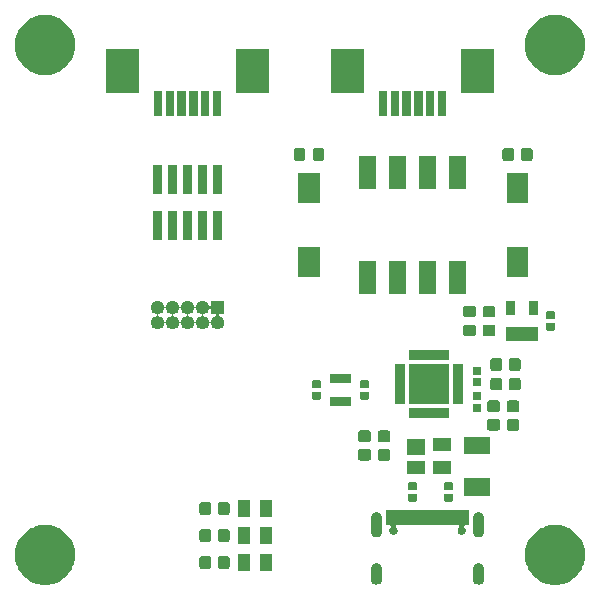
<source format=gbr>
G04 #@! TF.GenerationSoftware,KiCad,Pcbnew,5.1.5+dfsg1-2build2*
G04 #@! TF.CreationDate,2020-06-29T20:33:36+01:00*
G04 #@! TF.ProjectId,program_usb_kit,70726f67-7261-46d5-9f75-73625f6b6974,rev?*
G04 #@! TF.SameCoordinates,Original*
G04 #@! TF.FileFunction,Soldermask,Top*
G04 #@! TF.FilePolarity,Negative*
%FSLAX46Y46*%
G04 Gerber Fmt 4.6, Leading zero omitted, Abs format (unit mm)*
G04 Created by KiCad (PCBNEW 5.1.5+dfsg1-2build2) date 2020-06-29 20:33:36*
%MOMM*%
%LPD*%
G04 APERTURE LIST*
%ADD10C,0.100000*%
G04 APERTURE END LIST*
D10*
G36*
X250627262Y-95276000D02*
G01*
X250934102Y-95337034D01*
X251247531Y-95466861D01*
X251398352Y-95529333D01*
X251816168Y-95808509D01*
X252171491Y-96163832D01*
X252450667Y-96581648D01*
X252471465Y-96631860D01*
X252642966Y-97045898D01*
X252701267Y-97339000D01*
X252741000Y-97538748D01*
X252741000Y-98041252D01*
X252721295Y-98140314D01*
X252642966Y-98534102D01*
X252515244Y-98842448D01*
X252450667Y-98998352D01*
X252171491Y-99416168D01*
X251816168Y-99771491D01*
X251398352Y-100050667D01*
X251340367Y-100074685D01*
X250934102Y-100242966D01*
X250703924Y-100288751D01*
X250441252Y-100341000D01*
X249938748Y-100341000D01*
X249676076Y-100288751D01*
X249445898Y-100242966D01*
X249039633Y-100074685D01*
X248981648Y-100050667D01*
X248563832Y-99771491D01*
X248208509Y-99416168D01*
X247929333Y-98998352D01*
X247864756Y-98842448D01*
X247737034Y-98534102D01*
X247658705Y-98140314D01*
X247639000Y-98041252D01*
X247639000Y-97538748D01*
X247678733Y-97339000D01*
X247737034Y-97045898D01*
X247908535Y-96631860D01*
X247929333Y-96581648D01*
X248208509Y-96163832D01*
X248563832Y-95808509D01*
X248981648Y-95529333D01*
X249132469Y-95466861D01*
X249445898Y-95337034D01*
X249752738Y-95276000D01*
X249938748Y-95239000D01*
X250441252Y-95239000D01*
X250627262Y-95276000D01*
G37*
G36*
X207447262Y-95276000D02*
G01*
X207754102Y-95337034D01*
X208067531Y-95466861D01*
X208218352Y-95529333D01*
X208636168Y-95808509D01*
X208991491Y-96163832D01*
X209270667Y-96581648D01*
X209291465Y-96631860D01*
X209462966Y-97045898D01*
X209521267Y-97339000D01*
X209561000Y-97538748D01*
X209561000Y-98041252D01*
X209541295Y-98140314D01*
X209462966Y-98534102D01*
X209335244Y-98842448D01*
X209270667Y-98998352D01*
X208991491Y-99416168D01*
X208636168Y-99771491D01*
X208218352Y-100050667D01*
X208160367Y-100074685D01*
X207754102Y-100242966D01*
X207523924Y-100288751D01*
X207261252Y-100341000D01*
X206758748Y-100341000D01*
X206496076Y-100288751D01*
X206265898Y-100242966D01*
X205859633Y-100074685D01*
X205801648Y-100050667D01*
X205383832Y-99771491D01*
X205028509Y-99416168D01*
X204749333Y-98998352D01*
X204684756Y-98842448D01*
X204557034Y-98534102D01*
X204478705Y-98140314D01*
X204459000Y-98041252D01*
X204459000Y-97538748D01*
X204498733Y-97339000D01*
X204557034Y-97045898D01*
X204728535Y-96631860D01*
X204749333Y-96581648D01*
X205028509Y-96163832D01*
X205383832Y-95808509D01*
X205801648Y-95529333D01*
X205952469Y-95466861D01*
X206265898Y-95337034D01*
X206572738Y-95276000D01*
X206758748Y-95239000D01*
X207261252Y-95239000D01*
X207447262Y-95276000D01*
G37*
G36*
X243813212Y-98501249D02*
G01*
X243907651Y-98529897D01*
X243994687Y-98576418D01*
X244070975Y-98639025D01*
X244133582Y-98715313D01*
X244180103Y-98802348D01*
X244208751Y-98896787D01*
X244216000Y-98970388D01*
X244216000Y-99819612D01*
X244208751Y-99893213D01*
X244180103Y-99987652D01*
X244133582Y-100074687D01*
X244070975Y-100150975D01*
X243994687Y-100213582D01*
X243907652Y-100260103D01*
X243813213Y-100288751D01*
X243715000Y-100298424D01*
X243616788Y-100288751D01*
X243522349Y-100260103D01*
X243435314Y-100213582D01*
X243359026Y-100150975D01*
X243296419Y-100074687D01*
X243249898Y-99987652D01*
X243221250Y-99893213D01*
X243221250Y-99893211D01*
X243221249Y-99893209D01*
X243214000Y-99819607D01*
X243214000Y-98970394D01*
X243214001Y-98970388D01*
X243221249Y-98896788D01*
X243249897Y-98802349D01*
X243296418Y-98715313D01*
X243359025Y-98639025D01*
X243435313Y-98576418D01*
X243522348Y-98529897D01*
X243616787Y-98501249D01*
X243715000Y-98491576D01*
X243813212Y-98501249D01*
G37*
G36*
X235173212Y-98501249D02*
G01*
X235267651Y-98529897D01*
X235354687Y-98576418D01*
X235430975Y-98639025D01*
X235493582Y-98715313D01*
X235540103Y-98802348D01*
X235568751Y-98896787D01*
X235576000Y-98970388D01*
X235576000Y-99819612D01*
X235568751Y-99893213D01*
X235540103Y-99987652D01*
X235493582Y-100074687D01*
X235430975Y-100150975D01*
X235354687Y-100213582D01*
X235267652Y-100260103D01*
X235173213Y-100288751D01*
X235075000Y-100298424D01*
X234976788Y-100288751D01*
X234882349Y-100260103D01*
X234795314Y-100213582D01*
X234719026Y-100150975D01*
X234656419Y-100074687D01*
X234609898Y-99987652D01*
X234581250Y-99893213D01*
X234581250Y-99893211D01*
X234581249Y-99893209D01*
X234574000Y-99819607D01*
X234574000Y-98970394D01*
X234574001Y-98970388D01*
X234581249Y-98896788D01*
X234609897Y-98802349D01*
X234656418Y-98715313D01*
X234719025Y-98639025D01*
X234795313Y-98576418D01*
X234882348Y-98529897D01*
X234976787Y-98501249D01*
X235075000Y-98491576D01*
X235173212Y-98501249D01*
G37*
G36*
X224214432Y-97678688D02*
G01*
X224255469Y-97691136D01*
X224293288Y-97711351D01*
X224326441Y-97738559D01*
X224353649Y-97771712D01*
X224373864Y-97809531D01*
X224386312Y-97850568D01*
X224391000Y-97898167D01*
X224391000Y-98951833D01*
X224386312Y-98999432D01*
X224373864Y-99040469D01*
X224353649Y-99078288D01*
X224326441Y-99111441D01*
X224293288Y-99138649D01*
X224255469Y-99158864D01*
X224214432Y-99171312D01*
X224166833Y-99176000D01*
X223538167Y-99176000D01*
X223490568Y-99171312D01*
X223449531Y-99158864D01*
X223411712Y-99138649D01*
X223378559Y-99111441D01*
X223351351Y-99078288D01*
X223331136Y-99040469D01*
X223318688Y-98999432D01*
X223314000Y-98951833D01*
X223314000Y-97898167D01*
X223318688Y-97850568D01*
X223331136Y-97809531D01*
X223351351Y-97771712D01*
X223378559Y-97738559D01*
X223411712Y-97711351D01*
X223449531Y-97691136D01*
X223490568Y-97678688D01*
X223538167Y-97674000D01*
X224166833Y-97674000D01*
X224214432Y-97678688D01*
G37*
G36*
X226089432Y-97678688D02*
G01*
X226130469Y-97691136D01*
X226168288Y-97711351D01*
X226201441Y-97738559D01*
X226228649Y-97771712D01*
X226248864Y-97809531D01*
X226261312Y-97850568D01*
X226266000Y-97898167D01*
X226266000Y-98951833D01*
X226261312Y-98999432D01*
X226248864Y-99040469D01*
X226228649Y-99078288D01*
X226201441Y-99111441D01*
X226168288Y-99138649D01*
X226130469Y-99158864D01*
X226089432Y-99171312D01*
X226041833Y-99176000D01*
X225413167Y-99176000D01*
X225365568Y-99171312D01*
X225324531Y-99158864D01*
X225286712Y-99138649D01*
X225253559Y-99111441D01*
X225226351Y-99078288D01*
X225206136Y-99040469D01*
X225193688Y-98999432D01*
X225189000Y-98951833D01*
X225189000Y-97898167D01*
X225193688Y-97850568D01*
X225206136Y-97809531D01*
X225226351Y-97771712D01*
X225253559Y-97738559D01*
X225286712Y-97711351D01*
X225324531Y-97691136D01*
X225365568Y-97678688D01*
X225413167Y-97674000D01*
X226041833Y-97674000D01*
X226089432Y-97678688D01*
G37*
G36*
X220905552Y-97903207D02*
G01*
X220941898Y-97914232D01*
X220975401Y-97932140D01*
X221004763Y-97956237D01*
X221028860Y-97985599D01*
X221046768Y-98019102D01*
X221057793Y-98055448D01*
X221062000Y-98098158D01*
X221062000Y-98751842D01*
X221057793Y-98794552D01*
X221046768Y-98830898D01*
X221028860Y-98864401D01*
X221004763Y-98893763D01*
X220975401Y-98917860D01*
X220941898Y-98935768D01*
X220905552Y-98946793D01*
X220862842Y-98951000D01*
X220284158Y-98951000D01*
X220241448Y-98946793D01*
X220205102Y-98935768D01*
X220171599Y-98917860D01*
X220142237Y-98893763D01*
X220118140Y-98864401D01*
X220100232Y-98830898D01*
X220089207Y-98794552D01*
X220085000Y-98751842D01*
X220085000Y-98098158D01*
X220089207Y-98055448D01*
X220100232Y-98019102D01*
X220118140Y-97985599D01*
X220142237Y-97956237D01*
X220171599Y-97932140D01*
X220205102Y-97914232D01*
X220241448Y-97903207D01*
X220284158Y-97899000D01*
X220862842Y-97899000D01*
X220905552Y-97903207D01*
G37*
G36*
X222480552Y-97903207D02*
G01*
X222516898Y-97914232D01*
X222550401Y-97932140D01*
X222579763Y-97956237D01*
X222603860Y-97985599D01*
X222621768Y-98019102D01*
X222632793Y-98055448D01*
X222637000Y-98098158D01*
X222637000Y-98751842D01*
X222632793Y-98794552D01*
X222621768Y-98830898D01*
X222603860Y-98864401D01*
X222579763Y-98893763D01*
X222550401Y-98917860D01*
X222516898Y-98935768D01*
X222480552Y-98946793D01*
X222437842Y-98951000D01*
X221859158Y-98951000D01*
X221816448Y-98946793D01*
X221780102Y-98935768D01*
X221746599Y-98917860D01*
X221717237Y-98893763D01*
X221693140Y-98864401D01*
X221675232Y-98830898D01*
X221664207Y-98794552D01*
X221660000Y-98751842D01*
X221660000Y-98098158D01*
X221664207Y-98055448D01*
X221675232Y-98019102D01*
X221693140Y-97985599D01*
X221717237Y-97956237D01*
X221746599Y-97932140D01*
X221780102Y-97914232D01*
X221816448Y-97903207D01*
X221859158Y-97899000D01*
X222437842Y-97899000D01*
X222480552Y-97903207D01*
G37*
G36*
X224214432Y-95392688D02*
G01*
X224255469Y-95405136D01*
X224293288Y-95425351D01*
X224326441Y-95452559D01*
X224353649Y-95485712D01*
X224373864Y-95523531D01*
X224386312Y-95564568D01*
X224391000Y-95612167D01*
X224391000Y-96665833D01*
X224386312Y-96713432D01*
X224373864Y-96754469D01*
X224353649Y-96792288D01*
X224326441Y-96825441D01*
X224293288Y-96852649D01*
X224255469Y-96872864D01*
X224214432Y-96885312D01*
X224166833Y-96890000D01*
X223538167Y-96890000D01*
X223490568Y-96885312D01*
X223449531Y-96872864D01*
X223411712Y-96852649D01*
X223378559Y-96825441D01*
X223351351Y-96792288D01*
X223331136Y-96754469D01*
X223318688Y-96713432D01*
X223314000Y-96665833D01*
X223314000Y-95612167D01*
X223318688Y-95564568D01*
X223331136Y-95523531D01*
X223351351Y-95485712D01*
X223378559Y-95452559D01*
X223411712Y-95425351D01*
X223449531Y-95405136D01*
X223490568Y-95392688D01*
X223538167Y-95388000D01*
X224166833Y-95388000D01*
X224214432Y-95392688D01*
G37*
G36*
X226089432Y-95392688D02*
G01*
X226130469Y-95405136D01*
X226168288Y-95425351D01*
X226201441Y-95452559D01*
X226228649Y-95485712D01*
X226248864Y-95523531D01*
X226261312Y-95564568D01*
X226266000Y-95612167D01*
X226266000Y-96665833D01*
X226261312Y-96713432D01*
X226248864Y-96754469D01*
X226228649Y-96792288D01*
X226201441Y-96825441D01*
X226168288Y-96852649D01*
X226130469Y-96872864D01*
X226089432Y-96885312D01*
X226041833Y-96890000D01*
X225413167Y-96890000D01*
X225365568Y-96885312D01*
X225324531Y-96872864D01*
X225286712Y-96852649D01*
X225253559Y-96825441D01*
X225226351Y-96792288D01*
X225206136Y-96754469D01*
X225193688Y-96713432D01*
X225189000Y-96665833D01*
X225189000Y-95612167D01*
X225193688Y-95564568D01*
X225206136Y-95523531D01*
X225226351Y-95485712D01*
X225253559Y-95452559D01*
X225286712Y-95425351D01*
X225324531Y-95405136D01*
X225365568Y-95392688D01*
X225413167Y-95388000D01*
X226041833Y-95388000D01*
X226089432Y-95392688D01*
G37*
G36*
X220905552Y-95617207D02*
G01*
X220941898Y-95628232D01*
X220975401Y-95646140D01*
X221004763Y-95670237D01*
X221028860Y-95699599D01*
X221046768Y-95733102D01*
X221057793Y-95769448D01*
X221062000Y-95812158D01*
X221062000Y-96465842D01*
X221057793Y-96508552D01*
X221046768Y-96544898D01*
X221028860Y-96578401D01*
X221004763Y-96607763D01*
X220975401Y-96631860D01*
X220941898Y-96649768D01*
X220905552Y-96660793D01*
X220862842Y-96665000D01*
X220284158Y-96665000D01*
X220241448Y-96660793D01*
X220205102Y-96649768D01*
X220171599Y-96631860D01*
X220142237Y-96607763D01*
X220118140Y-96578401D01*
X220100232Y-96544898D01*
X220089207Y-96508552D01*
X220085000Y-96465842D01*
X220085000Y-95812158D01*
X220089207Y-95769448D01*
X220100232Y-95733102D01*
X220118140Y-95699599D01*
X220142237Y-95670237D01*
X220171599Y-95646140D01*
X220205102Y-95628232D01*
X220241448Y-95617207D01*
X220284158Y-95613000D01*
X220862842Y-95613000D01*
X220905552Y-95617207D01*
G37*
G36*
X222480552Y-95617207D02*
G01*
X222516898Y-95628232D01*
X222550401Y-95646140D01*
X222579763Y-95670237D01*
X222603860Y-95699599D01*
X222621768Y-95733102D01*
X222632793Y-95769448D01*
X222637000Y-95812158D01*
X222637000Y-96465842D01*
X222632793Y-96508552D01*
X222621768Y-96544898D01*
X222603860Y-96578401D01*
X222579763Y-96607763D01*
X222550401Y-96631860D01*
X222516898Y-96649768D01*
X222480552Y-96660793D01*
X222437842Y-96665000D01*
X221859158Y-96665000D01*
X221816448Y-96660793D01*
X221780102Y-96649768D01*
X221746599Y-96631860D01*
X221717237Y-96607763D01*
X221693140Y-96578401D01*
X221675232Y-96544898D01*
X221664207Y-96508552D01*
X221660000Y-96465842D01*
X221660000Y-95812158D01*
X221664207Y-95769448D01*
X221675232Y-95733102D01*
X221693140Y-95699599D01*
X221717237Y-95670237D01*
X221746599Y-95646140D01*
X221780102Y-95628232D01*
X221816448Y-95617207D01*
X221859158Y-95613000D01*
X222437842Y-95613000D01*
X222480552Y-95617207D01*
G37*
G36*
X235173212Y-94181249D02*
G01*
X235267651Y-94209897D01*
X235354687Y-94256418D01*
X235430975Y-94319025D01*
X235493582Y-94395313D01*
X235540103Y-94482348D01*
X235568751Y-94576787D01*
X235576000Y-94650388D01*
X235576000Y-95799612D01*
X235568751Y-95873213D01*
X235540103Y-95967652D01*
X235493582Y-96054687D01*
X235430975Y-96130975D01*
X235354687Y-96193582D01*
X235267652Y-96240103D01*
X235173213Y-96268751D01*
X235075000Y-96278424D01*
X234976788Y-96268751D01*
X234882349Y-96240103D01*
X234795314Y-96193582D01*
X234719026Y-96130975D01*
X234656419Y-96054687D01*
X234609898Y-95967652D01*
X234581250Y-95873213D01*
X234574001Y-95799612D01*
X234574000Y-94650389D01*
X234581249Y-94576788D01*
X234609897Y-94482349D01*
X234656418Y-94395313D01*
X234719025Y-94319025D01*
X234795313Y-94256418D01*
X234882348Y-94209897D01*
X234976787Y-94181249D01*
X235075000Y-94171576D01*
X235173212Y-94181249D01*
G37*
G36*
X243813212Y-94181249D02*
G01*
X243907651Y-94209897D01*
X243994687Y-94256418D01*
X244070975Y-94319025D01*
X244133582Y-94395313D01*
X244180103Y-94482348D01*
X244208751Y-94576787D01*
X244216000Y-94650388D01*
X244216000Y-95799612D01*
X244208751Y-95873213D01*
X244180103Y-95967652D01*
X244133582Y-96054687D01*
X244070975Y-96130975D01*
X243994687Y-96193582D01*
X243907652Y-96240103D01*
X243813213Y-96268751D01*
X243715000Y-96278424D01*
X243616788Y-96268751D01*
X243522349Y-96240103D01*
X243435314Y-96193582D01*
X243359026Y-96130975D01*
X243296419Y-96054687D01*
X243249898Y-95967652D01*
X243221250Y-95873213D01*
X243214001Y-95799612D01*
X243214000Y-94650389D01*
X243221249Y-94576788D01*
X243249897Y-94482349D01*
X243296418Y-94395313D01*
X243359025Y-94319025D01*
X243435313Y-94256418D01*
X243522348Y-94209897D01*
X243616787Y-94181249D01*
X243715000Y-94171576D01*
X243813212Y-94181249D01*
G37*
G36*
X242946000Y-95276000D02*
G01*
X242593808Y-95276000D01*
X242574299Y-95277921D01*
X242555540Y-95283612D01*
X242538252Y-95292853D01*
X242523098Y-95305289D01*
X242510662Y-95320443D01*
X242501421Y-95337731D01*
X242495730Y-95356490D01*
X242493809Y-95375999D01*
X242495730Y-95395508D01*
X242501421Y-95414267D01*
X242510662Y-95431555D01*
X242523098Y-95446709D01*
X242557641Y-95481252D01*
X242596051Y-95538737D01*
X242622512Y-95602619D01*
X242636000Y-95670427D01*
X242636000Y-95739573D01*
X242622512Y-95807381D01*
X242622511Y-95807383D01*
X242601856Y-95857250D01*
X242596051Y-95871263D01*
X242557641Y-95928748D01*
X242508748Y-95977641D01*
X242451263Y-96016051D01*
X242387381Y-96042512D01*
X242319573Y-96056000D01*
X242250427Y-96056000D01*
X242182619Y-96042512D01*
X242118737Y-96016051D01*
X242061252Y-95977641D01*
X242012359Y-95928748D01*
X241973949Y-95871263D01*
X241968145Y-95857250D01*
X241947489Y-95807383D01*
X241947488Y-95807381D01*
X241934000Y-95739573D01*
X241934000Y-95670427D01*
X241947488Y-95602619D01*
X241973949Y-95538737D01*
X242012359Y-95481252D01*
X242046902Y-95446709D01*
X242059338Y-95431555D01*
X242068579Y-95414267D01*
X242074270Y-95395508D01*
X242076191Y-95375999D01*
X242074270Y-95356490D01*
X242068579Y-95337731D01*
X242059338Y-95320443D01*
X242046902Y-95305289D01*
X242031748Y-95292853D01*
X242014460Y-95283612D01*
X241995701Y-95277921D01*
X241976192Y-95276000D01*
X236813808Y-95276000D01*
X236794299Y-95277921D01*
X236775540Y-95283612D01*
X236758252Y-95292853D01*
X236743098Y-95305289D01*
X236730662Y-95320443D01*
X236721421Y-95337731D01*
X236715730Y-95356490D01*
X236713809Y-95375999D01*
X236715730Y-95395508D01*
X236721421Y-95414267D01*
X236730662Y-95431555D01*
X236743098Y-95446709D01*
X236777641Y-95481252D01*
X236816051Y-95538737D01*
X236842512Y-95602619D01*
X236856000Y-95670427D01*
X236856000Y-95739573D01*
X236842512Y-95807381D01*
X236842511Y-95807383D01*
X236821856Y-95857250D01*
X236816051Y-95871263D01*
X236777641Y-95928748D01*
X236728748Y-95977641D01*
X236671263Y-96016051D01*
X236607381Y-96042512D01*
X236539573Y-96056000D01*
X236470427Y-96056000D01*
X236402619Y-96042512D01*
X236338737Y-96016051D01*
X236281252Y-95977641D01*
X236232359Y-95928748D01*
X236193949Y-95871263D01*
X236188145Y-95857250D01*
X236167489Y-95807383D01*
X236167488Y-95807381D01*
X236154000Y-95739573D01*
X236154000Y-95670427D01*
X236167488Y-95602619D01*
X236193949Y-95538737D01*
X236232359Y-95481252D01*
X236266902Y-95446709D01*
X236279338Y-95431555D01*
X236288579Y-95414267D01*
X236294270Y-95395508D01*
X236296191Y-95375999D01*
X236294270Y-95356490D01*
X236288579Y-95337731D01*
X236279338Y-95320443D01*
X236266902Y-95305289D01*
X236251748Y-95292853D01*
X236234460Y-95283612D01*
X236215701Y-95277921D01*
X236196192Y-95276000D01*
X235844000Y-95276000D01*
X235844000Y-94014000D01*
X242946000Y-94014000D01*
X242946000Y-95276000D01*
G37*
G36*
X226089432Y-93106688D02*
G01*
X226130469Y-93119136D01*
X226168288Y-93139351D01*
X226201441Y-93166559D01*
X226228649Y-93199712D01*
X226248864Y-93237531D01*
X226261312Y-93278568D01*
X226266000Y-93326167D01*
X226266000Y-94379833D01*
X226261312Y-94427432D01*
X226248864Y-94468469D01*
X226228649Y-94506288D01*
X226201441Y-94539441D01*
X226168288Y-94566649D01*
X226130469Y-94586864D01*
X226089432Y-94599312D01*
X226041833Y-94604000D01*
X225413167Y-94604000D01*
X225365568Y-94599312D01*
X225324531Y-94586864D01*
X225286712Y-94566649D01*
X225253559Y-94539441D01*
X225226351Y-94506288D01*
X225206136Y-94468469D01*
X225193688Y-94427432D01*
X225189000Y-94379833D01*
X225189000Y-93326167D01*
X225193688Y-93278568D01*
X225206136Y-93237531D01*
X225226351Y-93199712D01*
X225253559Y-93166559D01*
X225286712Y-93139351D01*
X225324531Y-93119136D01*
X225365568Y-93106688D01*
X225413167Y-93102000D01*
X226041833Y-93102000D01*
X226089432Y-93106688D01*
G37*
G36*
X224214432Y-93106688D02*
G01*
X224255469Y-93119136D01*
X224293288Y-93139351D01*
X224326441Y-93166559D01*
X224353649Y-93199712D01*
X224373864Y-93237531D01*
X224386312Y-93278568D01*
X224391000Y-93326167D01*
X224391000Y-94379833D01*
X224386312Y-94427432D01*
X224373864Y-94468469D01*
X224353649Y-94506288D01*
X224326441Y-94539441D01*
X224293288Y-94566649D01*
X224255469Y-94586864D01*
X224214432Y-94599312D01*
X224166833Y-94604000D01*
X223538167Y-94604000D01*
X223490568Y-94599312D01*
X223449531Y-94586864D01*
X223411712Y-94566649D01*
X223378559Y-94539441D01*
X223351351Y-94506288D01*
X223331136Y-94468469D01*
X223318688Y-94427432D01*
X223314000Y-94379833D01*
X223314000Y-93326167D01*
X223318688Y-93278568D01*
X223331136Y-93237531D01*
X223351351Y-93199712D01*
X223378559Y-93166559D01*
X223411712Y-93139351D01*
X223449531Y-93119136D01*
X223490568Y-93106688D01*
X223538167Y-93102000D01*
X224166833Y-93102000D01*
X224214432Y-93106688D01*
G37*
G36*
X222480552Y-93331207D02*
G01*
X222516898Y-93342232D01*
X222550401Y-93360140D01*
X222579763Y-93384237D01*
X222603860Y-93413599D01*
X222621768Y-93447102D01*
X222632793Y-93483448D01*
X222637000Y-93526158D01*
X222637000Y-94179842D01*
X222632793Y-94222552D01*
X222621768Y-94258898D01*
X222603860Y-94292401D01*
X222579763Y-94321763D01*
X222550401Y-94345860D01*
X222516898Y-94363768D01*
X222480552Y-94374793D01*
X222437842Y-94379000D01*
X221859158Y-94379000D01*
X221816448Y-94374793D01*
X221780102Y-94363768D01*
X221746599Y-94345860D01*
X221717237Y-94321763D01*
X221693140Y-94292401D01*
X221675232Y-94258898D01*
X221664207Y-94222552D01*
X221660000Y-94179842D01*
X221660000Y-93526158D01*
X221664207Y-93483448D01*
X221675232Y-93447102D01*
X221693140Y-93413599D01*
X221717237Y-93384237D01*
X221746599Y-93360140D01*
X221780102Y-93342232D01*
X221816448Y-93331207D01*
X221859158Y-93327000D01*
X222437842Y-93327000D01*
X222480552Y-93331207D01*
G37*
G36*
X220905552Y-93331207D02*
G01*
X220941898Y-93342232D01*
X220975401Y-93360140D01*
X221004763Y-93384237D01*
X221028860Y-93413599D01*
X221046768Y-93447102D01*
X221057793Y-93483448D01*
X221062000Y-93526158D01*
X221062000Y-94179842D01*
X221057793Y-94222552D01*
X221046768Y-94258898D01*
X221028860Y-94292401D01*
X221004763Y-94321763D01*
X220975401Y-94345860D01*
X220941898Y-94363768D01*
X220905552Y-94374793D01*
X220862842Y-94379000D01*
X220284158Y-94379000D01*
X220241448Y-94374793D01*
X220205102Y-94363768D01*
X220171599Y-94345860D01*
X220142237Y-94321763D01*
X220118140Y-94292401D01*
X220100232Y-94258898D01*
X220089207Y-94222552D01*
X220085000Y-94179842D01*
X220085000Y-93526158D01*
X220089207Y-93483448D01*
X220100232Y-93447102D01*
X220118140Y-93413599D01*
X220142237Y-93384237D01*
X220171599Y-93360140D01*
X220205102Y-93342232D01*
X220241448Y-93331207D01*
X220284158Y-93327000D01*
X220862842Y-93327000D01*
X220905552Y-93331207D01*
G37*
G36*
X241444900Y-92597837D02*
G01*
X241467884Y-92604810D01*
X241489064Y-92616130D01*
X241507632Y-92631368D01*
X241522870Y-92649936D01*
X241534190Y-92671116D01*
X241541163Y-92694100D01*
X241544000Y-92722908D01*
X241544000Y-93159092D01*
X241541163Y-93187900D01*
X241534190Y-93210884D01*
X241522870Y-93232064D01*
X241507632Y-93250632D01*
X241489064Y-93265870D01*
X241467884Y-93277190D01*
X241444900Y-93284163D01*
X241416092Y-93287000D01*
X240929908Y-93287000D01*
X240901100Y-93284163D01*
X240878116Y-93277190D01*
X240856936Y-93265870D01*
X240838368Y-93250632D01*
X240823130Y-93232064D01*
X240811810Y-93210884D01*
X240804837Y-93187900D01*
X240802000Y-93159092D01*
X240802000Y-92722908D01*
X240804837Y-92694100D01*
X240811810Y-92671116D01*
X240823130Y-92649936D01*
X240838368Y-92631368D01*
X240856936Y-92616130D01*
X240878116Y-92604810D01*
X240901100Y-92597837D01*
X240929908Y-92595000D01*
X241416092Y-92595000D01*
X241444900Y-92597837D01*
G37*
G36*
X238396900Y-92597837D02*
G01*
X238419884Y-92604810D01*
X238441064Y-92616130D01*
X238459632Y-92631368D01*
X238474870Y-92649936D01*
X238486190Y-92671116D01*
X238493163Y-92694100D01*
X238496000Y-92722908D01*
X238496000Y-93159092D01*
X238493163Y-93187900D01*
X238486190Y-93210884D01*
X238474870Y-93232064D01*
X238459632Y-93250632D01*
X238441064Y-93265870D01*
X238419884Y-93277190D01*
X238396900Y-93284163D01*
X238368092Y-93287000D01*
X237881908Y-93287000D01*
X237853100Y-93284163D01*
X237830116Y-93277190D01*
X237808936Y-93265870D01*
X237790368Y-93250632D01*
X237775130Y-93232064D01*
X237763810Y-93210884D01*
X237756837Y-93187900D01*
X237754000Y-93159092D01*
X237754000Y-92722908D01*
X237756837Y-92694100D01*
X237763810Y-92671116D01*
X237775130Y-92649936D01*
X237790368Y-92631368D01*
X237808936Y-92616130D01*
X237830116Y-92604810D01*
X237853100Y-92597837D01*
X237881908Y-92595000D01*
X238368092Y-92595000D01*
X238396900Y-92597837D01*
G37*
G36*
X244717570Y-92786200D02*
G01*
X242454430Y-92786200D01*
X242454430Y-91313000D01*
X244717570Y-91313000D01*
X244717570Y-92786200D01*
G37*
G36*
X241444900Y-91627837D02*
G01*
X241467884Y-91634810D01*
X241489064Y-91646130D01*
X241507632Y-91661368D01*
X241522870Y-91679936D01*
X241534190Y-91701116D01*
X241541163Y-91724100D01*
X241544000Y-91752908D01*
X241544000Y-92189092D01*
X241541163Y-92217900D01*
X241534190Y-92240884D01*
X241522870Y-92262064D01*
X241507632Y-92280632D01*
X241489064Y-92295870D01*
X241467884Y-92307190D01*
X241444900Y-92314163D01*
X241416092Y-92317000D01*
X240929908Y-92317000D01*
X240901100Y-92314163D01*
X240878116Y-92307190D01*
X240856936Y-92295870D01*
X240838368Y-92280632D01*
X240823130Y-92262064D01*
X240811810Y-92240884D01*
X240804837Y-92217900D01*
X240802000Y-92189092D01*
X240802000Y-91752908D01*
X240804837Y-91724100D01*
X240811810Y-91701116D01*
X240823130Y-91679936D01*
X240838368Y-91661368D01*
X240856936Y-91646130D01*
X240878116Y-91634810D01*
X240901100Y-91627837D01*
X240929908Y-91625000D01*
X241416092Y-91625000D01*
X241444900Y-91627837D01*
G37*
G36*
X238396900Y-91627837D02*
G01*
X238419884Y-91634810D01*
X238441064Y-91646130D01*
X238459632Y-91661368D01*
X238474870Y-91679936D01*
X238486190Y-91701116D01*
X238493163Y-91724100D01*
X238496000Y-91752908D01*
X238496000Y-92189092D01*
X238493163Y-92217900D01*
X238486190Y-92240884D01*
X238474870Y-92262064D01*
X238459632Y-92280632D01*
X238441064Y-92295870D01*
X238419884Y-92307190D01*
X238396900Y-92314163D01*
X238368092Y-92317000D01*
X237881908Y-92317000D01*
X237853100Y-92314163D01*
X237830116Y-92307190D01*
X237808936Y-92295870D01*
X237790368Y-92280632D01*
X237775130Y-92262064D01*
X237763810Y-92240884D01*
X237756837Y-92217900D01*
X237754000Y-92189092D01*
X237754000Y-91752908D01*
X237756837Y-91724100D01*
X237763810Y-91701116D01*
X237775130Y-91679936D01*
X237790368Y-91661368D01*
X237808936Y-91646130D01*
X237830116Y-91634810D01*
X237853100Y-91627837D01*
X237881908Y-91625000D01*
X238368092Y-91625000D01*
X238396900Y-91627837D01*
G37*
G36*
X239173000Y-90909000D02*
G01*
X237671000Y-90909000D01*
X237671000Y-89807000D01*
X239173000Y-89807000D01*
X239173000Y-90909000D01*
G37*
G36*
X241373000Y-90909000D02*
G01*
X239871000Y-90909000D01*
X239871000Y-89807000D01*
X241373000Y-89807000D01*
X241373000Y-90909000D01*
G37*
G36*
X236081552Y-88822207D02*
G01*
X236117898Y-88833232D01*
X236151401Y-88851140D01*
X236180763Y-88875237D01*
X236204860Y-88904599D01*
X236222768Y-88938102D01*
X236233793Y-88974448D01*
X236238000Y-89017158D01*
X236238000Y-89595842D01*
X236233793Y-89638552D01*
X236222768Y-89674898D01*
X236204860Y-89708401D01*
X236180763Y-89737763D01*
X236151401Y-89761860D01*
X236117898Y-89779768D01*
X236081552Y-89790793D01*
X236038842Y-89795000D01*
X235385158Y-89795000D01*
X235342448Y-89790793D01*
X235306102Y-89779768D01*
X235272599Y-89761860D01*
X235243237Y-89737763D01*
X235219140Y-89708401D01*
X235201232Y-89674898D01*
X235190207Y-89638552D01*
X235186000Y-89595842D01*
X235186000Y-89017158D01*
X235190207Y-88974448D01*
X235201232Y-88938102D01*
X235219140Y-88904599D01*
X235243237Y-88875237D01*
X235272599Y-88851140D01*
X235306102Y-88833232D01*
X235342448Y-88822207D01*
X235385158Y-88818000D01*
X236038842Y-88818000D01*
X236081552Y-88822207D01*
G37*
G36*
X234430552Y-88822207D02*
G01*
X234466898Y-88833232D01*
X234500401Y-88851140D01*
X234529763Y-88875237D01*
X234553860Y-88904599D01*
X234571768Y-88938102D01*
X234582793Y-88974448D01*
X234587000Y-89017158D01*
X234587000Y-89595842D01*
X234582793Y-89638552D01*
X234571768Y-89674898D01*
X234553860Y-89708401D01*
X234529763Y-89737763D01*
X234500401Y-89761860D01*
X234466898Y-89779768D01*
X234430552Y-89790793D01*
X234387842Y-89795000D01*
X233734158Y-89795000D01*
X233691448Y-89790793D01*
X233655102Y-89779768D01*
X233621599Y-89761860D01*
X233592237Y-89737763D01*
X233568140Y-89708401D01*
X233550232Y-89674898D01*
X233539207Y-89638552D01*
X233535000Y-89595842D01*
X233535000Y-89017158D01*
X233539207Y-88974448D01*
X233550232Y-88938102D01*
X233568140Y-88904599D01*
X233592237Y-88875237D01*
X233621599Y-88851140D01*
X233655102Y-88833232D01*
X233691448Y-88822207D01*
X233734158Y-88818000D01*
X234387842Y-88818000D01*
X234430552Y-88822207D01*
G37*
G36*
X239173000Y-89289000D02*
G01*
X237671000Y-89289000D01*
X237671000Y-87987000D01*
X239173000Y-87987000D01*
X239173000Y-89289000D01*
G37*
G36*
X244717570Y-89281000D02*
G01*
X242454430Y-89281000D01*
X242454430Y-87807800D01*
X244717570Y-87807800D01*
X244717570Y-89281000D01*
G37*
G36*
X241373000Y-89009000D02*
G01*
X239871000Y-89009000D01*
X239871000Y-87907000D01*
X241373000Y-87907000D01*
X241373000Y-89009000D01*
G37*
G36*
X234430552Y-87247207D02*
G01*
X234466898Y-87258232D01*
X234500401Y-87276140D01*
X234529763Y-87300237D01*
X234553860Y-87329599D01*
X234571768Y-87363102D01*
X234582793Y-87399448D01*
X234587000Y-87442158D01*
X234587000Y-88020842D01*
X234582793Y-88063552D01*
X234571768Y-88099898D01*
X234553860Y-88133401D01*
X234529763Y-88162763D01*
X234500401Y-88186860D01*
X234466898Y-88204768D01*
X234430552Y-88215793D01*
X234387842Y-88220000D01*
X233734158Y-88220000D01*
X233691448Y-88215793D01*
X233655102Y-88204768D01*
X233621599Y-88186860D01*
X233592237Y-88162763D01*
X233568140Y-88133401D01*
X233550232Y-88099898D01*
X233539207Y-88063552D01*
X233535000Y-88020842D01*
X233535000Y-87442158D01*
X233539207Y-87399448D01*
X233550232Y-87363102D01*
X233568140Y-87329599D01*
X233592237Y-87300237D01*
X233621599Y-87276140D01*
X233655102Y-87258232D01*
X233691448Y-87247207D01*
X233734158Y-87243000D01*
X234387842Y-87243000D01*
X234430552Y-87247207D01*
G37*
G36*
X236081552Y-87247207D02*
G01*
X236117898Y-87258232D01*
X236151401Y-87276140D01*
X236180763Y-87300237D01*
X236204860Y-87329599D01*
X236222768Y-87363102D01*
X236233793Y-87399448D01*
X236238000Y-87442158D01*
X236238000Y-88020842D01*
X236233793Y-88063552D01*
X236222768Y-88099898D01*
X236204860Y-88133401D01*
X236180763Y-88162763D01*
X236151401Y-88186860D01*
X236117898Y-88204768D01*
X236081552Y-88215793D01*
X236038842Y-88220000D01*
X235385158Y-88220000D01*
X235342448Y-88215793D01*
X235306102Y-88204768D01*
X235272599Y-88186860D01*
X235243237Y-88162763D01*
X235219140Y-88133401D01*
X235201232Y-88099898D01*
X235190207Y-88063552D01*
X235186000Y-88020842D01*
X235186000Y-87442158D01*
X235190207Y-87399448D01*
X235201232Y-87363102D01*
X235219140Y-87329599D01*
X235243237Y-87300237D01*
X235272599Y-87276140D01*
X235306102Y-87258232D01*
X235342448Y-87247207D01*
X235385158Y-87243000D01*
X236038842Y-87243000D01*
X236081552Y-87247207D01*
G37*
G36*
X245352552Y-86282207D02*
G01*
X245388898Y-86293232D01*
X245422401Y-86311140D01*
X245451763Y-86335237D01*
X245475860Y-86364599D01*
X245493768Y-86398102D01*
X245504793Y-86434448D01*
X245509000Y-86477158D01*
X245509000Y-87055842D01*
X245504793Y-87098552D01*
X245493768Y-87134898D01*
X245475860Y-87168401D01*
X245451763Y-87197763D01*
X245422401Y-87221860D01*
X245388898Y-87239768D01*
X245352552Y-87250793D01*
X245309842Y-87255000D01*
X244656158Y-87255000D01*
X244613448Y-87250793D01*
X244577102Y-87239768D01*
X244543599Y-87221860D01*
X244514237Y-87197763D01*
X244490140Y-87168401D01*
X244472232Y-87134898D01*
X244461207Y-87098552D01*
X244457000Y-87055842D01*
X244457000Y-86477158D01*
X244461207Y-86434448D01*
X244472232Y-86398102D01*
X244490140Y-86364599D01*
X244514237Y-86335237D01*
X244543599Y-86311140D01*
X244577102Y-86293232D01*
X244613448Y-86282207D01*
X244656158Y-86278000D01*
X245309842Y-86278000D01*
X245352552Y-86282207D01*
G37*
G36*
X247003552Y-86282207D02*
G01*
X247039898Y-86293232D01*
X247073401Y-86311140D01*
X247102763Y-86335237D01*
X247126860Y-86364599D01*
X247144768Y-86398102D01*
X247155793Y-86434448D01*
X247160000Y-86477158D01*
X247160000Y-87055842D01*
X247155793Y-87098552D01*
X247144768Y-87134898D01*
X247126860Y-87168401D01*
X247102763Y-87197763D01*
X247073401Y-87221860D01*
X247039898Y-87239768D01*
X247003552Y-87250793D01*
X246960842Y-87255000D01*
X246307158Y-87255000D01*
X246264448Y-87250793D01*
X246228102Y-87239768D01*
X246194599Y-87221860D01*
X246165237Y-87197763D01*
X246141140Y-87168401D01*
X246123232Y-87134898D01*
X246112207Y-87098552D01*
X246108000Y-87055842D01*
X246108000Y-86477158D01*
X246112207Y-86434448D01*
X246123232Y-86398102D01*
X246141140Y-86364599D01*
X246165237Y-86335237D01*
X246194599Y-86311140D01*
X246228102Y-86293232D01*
X246264448Y-86282207D01*
X246307158Y-86278000D01*
X246960842Y-86278000D01*
X247003552Y-86282207D01*
G37*
G36*
X238167317Y-85312204D02*
G01*
X238174356Y-85314340D01*
X238180844Y-85317807D01*
X238186527Y-85322472D01*
X238194699Y-85332429D01*
X238208561Y-85346291D01*
X238224860Y-85357182D01*
X238242971Y-85364684D01*
X238262198Y-85368508D01*
X238281801Y-85368509D01*
X238301028Y-85364684D01*
X238319139Y-85357182D01*
X238335438Y-85346292D01*
X238349301Y-85332429D01*
X238357473Y-85322472D01*
X238363156Y-85317807D01*
X238369644Y-85314340D01*
X238376683Y-85312204D01*
X238388910Y-85311000D01*
X238655090Y-85311000D01*
X238667317Y-85312204D01*
X238674356Y-85314340D01*
X238680844Y-85317807D01*
X238686527Y-85322472D01*
X238694699Y-85332429D01*
X238708561Y-85346291D01*
X238724860Y-85357182D01*
X238742971Y-85364684D01*
X238762198Y-85368508D01*
X238781801Y-85368509D01*
X238801028Y-85364684D01*
X238819139Y-85357182D01*
X238835438Y-85346292D01*
X238849301Y-85332429D01*
X238857473Y-85322472D01*
X238863156Y-85317807D01*
X238869644Y-85314340D01*
X238876683Y-85312204D01*
X238888910Y-85311000D01*
X239155090Y-85311000D01*
X239167317Y-85312204D01*
X239174356Y-85314340D01*
X239180844Y-85317807D01*
X239186527Y-85322472D01*
X239194699Y-85332429D01*
X239208561Y-85346291D01*
X239224860Y-85357182D01*
X239242971Y-85364684D01*
X239262198Y-85368508D01*
X239281801Y-85368509D01*
X239301028Y-85364684D01*
X239319139Y-85357182D01*
X239335438Y-85346292D01*
X239349301Y-85332429D01*
X239357473Y-85322472D01*
X239363156Y-85317807D01*
X239369644Y-85314340D01*
X239376683Y-85312204D01*
X239388910Y-85311000D01*
X239655090Y-85311000D01*
X239667317Y-85312204D01*
X239674356Y-85314340D01*
X239680844Y-85317807D01*
X239686527Y-85322472D01*
X239694699Y-85332429D01*
X239708561Y-85346291D01*
X239724860Y-85357182D01*
X239742971Y-85364684D01*
X239762198Y-85368508D01*
X239781801Y-85368509D01*
X239801028Y-85364684D01*
X239819139Y-85357182D01*
X239835438Y-85346292D01*
X239849301Y-85332429D01*
X239857473Y-85322472D01*
X239863156Y-85317807D01*
X239869644Y-85314340D01*
X239876683Y-85312204D01*
X239888910Y-85311000D01*
X240155090Y-85311000D01*
X240167317Y-85312204D01*
X240174356Y-85314340D01*
X240180844Y-85317807D01*
X240186527Y-85322472D01*
X240194699Y-85332429D01*
X240208561Y-85346291D01*
X240224860Y-85357182D01*
X240242971Y-85364684D01*
X240262198Y-85368508D01*
X240281801Y-85368509D01*
X240301028Y-85364684D01*
X240319139Y-85357182D01*
X240335438Y-85346292D01*
X240349301Y-85332429D01*
X240357473Y-85322472D01*
X240363156Y-85317807D01*
X240369644Y-85314340D01*
X240376683Y-85312204D01*
X240388910Y-85311000D01*
X240655090Y-85311000D01*
X240667317Y-85312204D01*
X240674356Y-85314340D01*
X240680844Y-85317807D01*
X240686527Y-85322472D01*
X240694699Y-85332429D01*
X240708561Y-85346291D01*
X240724860Y-85357182D01*
X240742971Y-85364684D01*
X240762198Y-85368508D01*
X240781801Y-85368509D01*
X240801028Y-85364684D01*
X240819139Y-85357182D01*
X240835438Y-85346292D01*
X240849301Y-85332429D01*
X240857473Y-85322472D01*
X240863156Y-85317807D01*
X240869644Y-85314340D01*
X240876683Y-85312204D01*
X240888910Y-85311000D01*
X241155090Y-85311000D01*
X241167317Y-85312204D01*
X241174356Y-85314340D01*
X241180844Y-85317807D01*
X241186528Y-85322472D01*
X241191193Y-85328156D01*
X241194660Y-85334644D01*
X241196796Y-85341683D01*
X241198000Y-85353910D01*
X241198000Y-86170090D01*
X241196796Y-86182317D01*
X241194660Y-86189356D01*
X241191193Y-86195844D01*
X241186528Y-86201528D01*
X241180844Y-86206193D01*
X241174356Y-86209660D01*
X241167317Y-86211796D01*
X241155090Y-86213000D01*
X240888910Y-86213000D01*
X240876683Y-86211796D01*
X240869644Y-86209660D01*
X240863156Y-86206193D01*
X240857473Y-86201528D01*
X240849301Y-86191571D01*
X240835439Y-86177709D01*
X240819140Y-86166818D01*
X240801029Y-86159316D01*
X240781802Y-86155492D01*
X240762199Y-86155491D01*
X240742972Y-86159316D01*
X240724861Y-86166818D01*
X240708562Y-86177708D01*
X240694699Y-86191571D01*
X240686527Y-86201528D01*
X240680844Y-86206193D01*
X240674356Y-86209660D01*
X240667317Y-86211796D01*
X240655090Y-86213000D01*
X240388910Y-86213000D01*
X240376683Y-86211796D01*
X240369644Y-86209660D01*
X240363156Y-86206193D01*
X240357473Y-86201528D01*
X240349301Y-86191571D01*
X240335439Y-86177709D01*
X240319140Y-86166818D01*
X240301029Y-86159316D01*
X240281802Y-86155492D01*
X240262199Y-86155491D01*
X240242972Y-86159316D01*
X240224861Y-86166818D01*
X240208562Y-86177708D01*
X240194699Y-86191571D01*
X240186527Y-86201528D01*
X240180844Y-86206193D01*
X240174356Y-86209660D01*
X240167317Y-86211796D01*
X240155090Y-86213000D01*
X239888910Y-86213000D01*
X239876683Y-86211796D01*
X239869644Y-86209660D01*
X239863156Y-86206193D01*
X239857473Y-86201528D01*
X239849301Y-86191571D01*
X239835439Y-86177709D01*
X239819140Y-86166818D01*
X239801029Y-86159316D01*
X239781802Y-86155492D01*
X239762199Y-86155491D01*
X239742972Y-86159316D01*
X239724861Y-86166818D01*
X239708562Y-86177708D01*
X239694699Y-86191571D01*
X239686527Y-86201528D01*
X239680844Y-86206193D01*
X239674356Y-86209660D01*
X239667317Y-86211796D01*
X239655090Y-86213000D01*
X239388910Y-86213000D01*
X239376683Y-86211796D01*
X239369644Y-86209660D01*
X239363156Y-86206193D01*
X239357473Y-86201528D01*
X239349301Y-86191571D01*
X239335439Y-86177709D01*
X239319140Y-86166818D01*
X239301029Y-86159316D01*
X239281802Y-86155492D01*
X239262199Y-86155491D01*
X239242972Y-86159316D01*
X239224861Y-86166818D01*
X239208562Y-86177708D01*
X239194699Y-86191571D01*
X239186527Y-86201528D01*
X239180844Y-86206193D01*
X239174356Y-86209660D01*
X239167317Y-86211796D01*
X239155090Y-86213000D01*
X238888910Y-86213000D01*
X238876683Y-86211796D01*
X238869644Y-86209660D01*
X238863156Y-86206193D01*
X238857473Y-86201528D01*
X238849301Y-86191571D01*
X238835439Y-86177709D01*
X238819140Y-86166818D01*
X238801029Y-86159316D01*
X238781802Y-86155492D01*
X238762199Y-86155491D01*
X238742972Y-86159316D01*
X238724861Y-86166818D01*
X238708562Y-86177708D01*
X238694699Y-86191571D01*
X238686527Y-86201528D01*
X238680844Y-86206193D01*
X238674356Y-86209660D01*
X238667317Y-86211796D01*
X238655090Y-86213000D01*
X238388910Y-86213000D01*
X238376683Y-86211796D01*
X238369644Y-86209660D01*
X238363156Y-86206193D01*
X238357473Y-86201528D01*
X238349301Y-86191571D01*
X238335439Y-86177709D01*
X238319140Y-86166818D01*
X238301029Y-86159316D01*
X238281802Y-86155492D01*
X238262199Y-86155491D01*
X238242972Y-86159316D01*
X238224861Y-86166818D01*
X238208562Y-86177708D01*
X238194699Y-86191571D01*
X238186527Y-86201528D01*
X238180844Y-86206193D01*
X238174356Y-86209660D01*
X238167317Y-86211796D01*
X238155090Y-86213000D01*
X237888910Y-86213000D01*
X237876683Y-86211796D01*
X237869644Y-86209660D01*
X237863156Y-86206193D01*
X237857472Y-86201528D01*
X237852807Y-86195844D01*
X237849340Y-86189356D01*
X237847204Y-86182317D01*
X237846000Y-86170090D01*
X237846000Y-85353910D01*
X237847204Y-85341683D01*
X237849340Y-85334644D01*
X237852807Y-85328156D01*
X237857472Y-85322472D01*
X237863156Y-85317807D01*
X237869644Y-85314340D01*
X237876683Y-85312204D01*
X237888910Y-85311000D01*
X238155090Y-85311000D01*
X238167317Y-85312204D01*
G37*
G36*
X245352552Y-84707207D02*
G01*
X245388898Y-84718232D01*
X245422401Y-84736140D01*
X245451763Y-84760237D01*
X245475860Y-84789599D01*
X245493768Y-84823102D01*
X245504793Y-84859448D01*
X245509000Y-84902158D01*
X245509000Y-85480842D01*
X245504793Y-85523552D01*
X245493768Y-85559898D01*
X245475860Y-85593401D01*
X245451763Y-85622763D01*
X245422401Y-85646860D01*
X245388898Y-85664768D01*
X245352552Y-85675793D01*
X245309842Y-85680000D01*
X244656158Y-85680000D01*
X244613448Y-85675793D01*
X244577102Y-85664768D01*
X244543599Y-85646860D01*
X244514237Y-85622763D01*
X244490140Y-85593401D01*
X244472232Y-85559898D01*
X244461207Y-85523552D01*
X244457000Y-85480842D01*
X244457000Y-84902158D01*
X244461207Y-84859448D01*
X244472232Y-84823102D01*
X244490140Y-84789599D01*
X244514237Y-84760237D01*
X244543599Y-84736140D01*
X244577102Y-84718232D01*
X244613448Y-84707207D01*
X244656158Y-84703000D01*
X245309842Y-84703000D01*
X245352552Y-84707207D01*
G37*
G36*
X247003552Y-84707207D02*
G01*
X247039898Y-84718232D01*
X247073401Y-84736140D01*
X247102763Y-84760237D01*
X247126860Y-84789599D01*
X247144768Y-84823102D01*
X247155793Y-84859448D01*
X247160000Y-84902158D01*
X247160000Y-85480842D01*
X247155793Y-85523552D01*
X247144768Y-85559898D01*
X247126860Y-85593401D01*
X247102763Y-85622763D01*
X247073401Y-85646860D01*
X247039898Y-85664768D01*
X247003552Y-85675793D01*
X246960842Y-85680000D01*
X246307158Y-85680000D01*
X246264448Y-85675793D01*
X246228102Y-85664768D01*
X246194599Y-85646860D01*
X246165237Y-85622763D01*
X246141140Y-85593401D01*
X246123232Y-85559898D01*
X246112207Y-85523552D01*
X246108000Y-85480842D01*
X246108000Y-84902158D01*
X246112207Y-84859448D01*
X246123232Y-84823102D01*
X246141140Y-84789599D01*
X246165237Y-84760237D01*
X246194599Y-84736140D01*
X246228102Y-84718232D01*
X246264448Y-84707207D01*
X246307158Y-84703000D01*
X246960842Y-84703000D01*
X247003552Y-84707207D01*
G37*
G36*
X243857900Y-84977837D02*
G01*
X243880884Y-84984810D01*
X243902064Y-84996130D01*
X243920632Y-85011368D01*
X243935870Y-85029936D01*
X243947190Y-85051116D01*
X243954163Y-85074100D01*
X243957000Y-85102908D01*
X243957000Y-85539092D01*
X243954163Y-85567900D01*
X243947190Y-85590884D01*
X243935870Y-85612064D01*
X243920632Y-85630632D01*
X243902064Y-85645870D01*
X243880884Y-85657190D01*
X243857900Y-85664163D01*
X243829092Y-85667000D01*
X243342908Y-85667000D01*
X243314100Y-85664163D01*
X243291116Y-85657190D01*
X243269936Y-85645870D01*
X243251368Y-85630632D01*
X243236130Y-85612064D01*
X243224810Y-85590884D01*
X243217837Y-85567900D01*
X243215000Y-85539092D01*
X243215000Y-85102908D01*
X243217837Y-85074100D01*
X243224810Y-85051116D01*
X243236130Y-85029936D01*
X243251368Y-85011368D01*
X243269936Y-84996130D01*
X243291116Y-84984810D01*
X243314100Y-84977837D01*
X243342908Y-84975000D01*
X243829092Y-84975000D01*
X243857900Y-84977837D01*
G37*
G36*
X232930000Y-85146000D02*
G01*
X231128000Y-85146000D01*
X231128000Y-84394000D01*
X232930000Y-84394000D01*
X232930000Y-85146000D01*
G37*
G36*
X241109026Y-81589789D02*
G01*
X241141305Y-81599581D01*
X241171049Y-81615480D01*
X241197123Y-81636877D01*
X241218520Y-81662951D01*
X241234419Y-81692695D01*
X241244211Y-81724974D01*
X241248000Y-81763446D01*
X241248000Y-84860554D01*
X241244211Y-84899026D01*
X241234419Y-84931305D01*
X241218520Y-84961049D01*
X241197123Y-84987123D01*
X241171049Y-85008520D01*
X241141305Y-85024419D01*
X241109026Y-85034211D01*
X241070554Y-85038000D01*
X237973446Y-85038000D01*
X237934974Y-85034211D01*
X237902695Y-85024419D01*
X237872951Y-85008520D01*
X237846877Y-84987123D01*
X237825480Y-84961049D01*
X237809581Y-84931305D01*
X237799789Y-84899026D01*
X237796000Y-84860554D01*
X237796000Y-81763446D01*
X237799789Y-81724974D01*
X237809581Y-81692695D01*
X237825480Y-81662951D01*
X237846877Y-81636877D01*
X237872951Y-81615480D01*
X237902695Y-81599581D01*
X237934974Y-81589789D01*
X237973446Y-81586000D01*
X241070554Y-81586000D01*
X241109026Y-81589789D01*
G37*
G36*
X242392317Y-81637204D02*
G01*
X242399356Y-81639340D01*
X242405844Y-81642807D01*
X242411528Y-81647472D01*
X242416193Y-81653156D01*
X242419660Y-81659644D01*
X242421796Y-81666683D01*
X242423000Y-81678910D01*
X242423000Y-81945090D01*
X242421796Y-81957317D01*
X242419660Y-81964356D01*
X242416193Y-81970844D01*
X242411528Y-81976527D01*
X242401571Y-81984699D01*
X242387709Y-81998561D01*
X242376818Y-82014860D01*
X242369316Y-82032971D01*
X242365492Y-82052198D01*
X242365491Y-82071801D01*
X242369316Y-82091028D01*
X242376818Y-82109139D01*
X242387708Y-82125438D01*
X242401571Y-82139301D01*
X242411528Y-82147473D01*
X242416193Y-82153156D01*
X242419660Y-82159644D01*
X242421796Y-82166683D01*
X242423000Y-82178910D01*
X242423000Y-82445090D01*
X242421796Y-82457317D01*
X242419660Y-82464356D01*
X242416193Y-82470844D01*
X242411528Y-82476527D01*
X242401571Y-82484699D01*
X242387709Y-82498561D01*
X242376818Y-82514860D01*
X242369316Y-82532971D01*
X242365492Y-82552198D01*
X242365491Y-82571801D01*
X242369316Y-82591028D01*
X242376818Y-82609139D01*
X242387708Y-82625438D01*
X242401571Y-82639301D01*
X242411528Y-82647473D01*
X242416193Y-82653156D01*
X242419660Y-82659644D01*
X242421796Y-82666683D01*
X242423000Y-82678910D01*
X242423000Y-82945090D01*
X242421796Y-82957317D01*
X242419660Y-82964356D01*
X242416193Y-82970844D01*
X242411528Y-82976527D01*
X242401571Y-82984699D01*
X242387709Y-82998561D01*
X242376818Y-83014860D01*
X242369316Y-83032971D01*
X242365492Y-83052198D01*
X242365491Y-83071801D01*
X242369316Y-83091028D01*
X242376818Y-83109139D01*
X242387708Y-83125438D01*
X242401571Y-83139301D01*
X242411528Y-83147473D01*
X242416193Y-83153156D01*
X242419660Y-83159644D01*
X242421796Y-83166683D01*
X242423000Y-83178910D01*
X242423000Y-83445090D01*
X242421796Y-83457317D01*
X242419660Y-83464356D01*
X242416193Y-83470844D01*
X242411528Y-83476527D01*
X242401571Y-83484699D01*
X242387709Y-83498561D01*
X242376818Y-83514860D01*
X242369316Y-83532971D01*
X242365492Y-83552198D01*
X242365491Y-83571801D01*
X242369316Y-83591028D01*
X242376818Y-83609139D01*
X242387708Y-83625438D01*
X242401571Y-83639301D01*
X242411528Y-83647473D01*
X242416193Y-83653156D01*
X242419660Y-83659644D01*
X242421796Y-83666683D01*
X242423000Y-83678910D01*
X242423000Y-83945090D01*
X242421796Y-83957317D01*
X242419660Y-83964356D01*
X242416193Y-83970844D01*
X242411528Y-83976527D01*
X242401571Y-83984699D01*
X242387709Y-83998561D01*
X242376818Y-84014860D01*
X242369316Y-84032971D01*
X242365492Y-84052198D01*
X242365491Y-84071801D01*
X242369316Y-84091028D01*
X242376818Y-84109139D01*
X242387708Y-84125438D01*
X242401571Y-84139301D01*
X242411528Y-84147473D01*
X242416193Y-84153156D01*
X242419660Y-84159644D01*
X242421796Y-84166683D01*
X242423000Y-84178910D01*
X242423000Y-84445090D01*
X242421796Y-84457317D01*
X242419660Y-84464356D01*
X242416193Y-84470844D01*
X242411528Y-84476527D01*
X242401571Y-84484699D01*
X242387709Y-84498561D01*
X242376818Y-84514860D01*
X242369316Y-84532971D01*
X242365492Y-84552198D01*
X242365491Y-84571801D01*
X242369316Y-84591028D01*
X242376818Y-84609139D01*
X242387708Y-84625438D01*
X242401571Y-84639301D01*
X242411528Y-84647473D01*
X242416193Y-84653156D01*
X242419660Y-84659644D01*
X242421796Y-84666683D01*
X242423000Y-84678910D01*
X242423000Y-84945090D01*
X242421796Y-84957317D01*
X242419660Y-84964356D01*
X242416193Y-84970844D01*
X242411528Y-84976528D01*
X242405844Y-84981193D01*
X242399356Y-84984660D01*
X242392317Y-84986796D01*
X242380090Y-84988000D01*
X241563910Y-84988000D01*
X241551683Y-84986796D01*
X241544644Y-84984660D01*
X241538156Y-84981193D01*
X241532472Y-84976528D01*
X241527807Y-84970844D01*
X241524340Y-84964356D01*
X241522204Y-84957317D01*
X241521000Y-84945090D01*
X241521000Y-84678910D01*
X241522204Y-84666683D01*
X241524340Y-84659644D01*
X241527807Y-84653156D01*
X241532472Y-84647473D01*
X241542429Y-84639301D01*
X241556291Y-84625439D01*
X241567182Y-84609140D01*
X241574684Y-84591029D01*
X241578508Y-84571802D01*
X241578509Y-84552199D01*
X241574684Y-84532972D01*
X241567182Y-84514861D01*
X241556292Y-84498562D01*
X241542429Y-84484699D01*
X241532472Y-84476527D01*
X241527807Y-84470844D01*
X241524340Y-84464356D01*
X241522204Y-84457317D01*
X241521000Y-84445090D01*
X241521000Y-84178910D01*
X241522204Y-84166683D01*
X241524340Y-84159644D01*
X241527807Y-84153156D01*
X241532472Y-84147473D01*
X241542429Y-84139301D01*
X241556291Y-84125439D01*
X241567182Y-84109140D01*
X241574684Y-84091029D01*
X241578508Y-84071802D01*
X241578509Y-84052199D01*
X241574684Y-84032972D01*
X241567182Y-84014861D01*
X241556292Y-83998562D01*
X241542429Y-83984699D01*
X241532472Y-83976527D01*
X241527807Y-83970844D01*
X241524340Y-83964356D01*
X241522204Y-83957317D01*
X241521000Y-83945090D01*
X241521000Y-83678910D01*
X241522204Y-83666683D01*
X241524340Y-83659644D01*
X241527807Y-83653156D01*
X241532472Y-83647473D01*
X241542429Y-83639301D01*
X241556291Y-83625439D01*
X241567182Y-83609140D01*
X241574684Y-83591029D01*
X241578508Y-83571802D01*
X241578509Y-83552199D01*
X241574684Y-83532972D01*
X241567182Y-83514861D01*
X241556292Y-83498562D01*
X241542429Y-83484699D01*
X241532472Y-83476527D01*
X241527807Y-83470844D01*
X241524340Y-83464356D01*
X241522204Y-83457317D01*
X241521000Y-83445090D01*
X241521000Y-83178910D01*
X241522204Y-83166683D01*
X241524340Y-83159644D01*
X241527807Y-83153156D01*
X241532472Y-83147473D01*
X241542429Y-83139301D01*
X241556291Y-83125439D01*
X241567182Y-83109140D01*
X241574684Y-83091029D01*
X241578508Y-83071802D01*
X241578509Y-83052199D01*
X241574684Y-83032972D01*
X241567182Y-83014861D01*
X241556292Y-82998562D01*
X241542429Y-82984699D01*
X241532472Y-82976527D01*
X241527807Y-82970844D01*
X241524340Y-82964356D01*
X241522204Y-82957317D01*
X241521000Y-82945090D01*
X241521000Y-82678910D01*
X241522204Y-82666683D01*
X241524340Y-82659644D01*
X241527807Y-82653156D01*
X241532472Y-82647473D01*
X241542429Y-82639301D01*
X241556291Y-82625439D01*
X241567182Y-82609140D01*
X241574684Y-82591029D01*
X241578508Y-82571802D01*
X241578509Y-82552199D01*
X241574684Y-82532972D01*
X241567182Y-82514861D01*
X241556292Y-82498562D01*
X241542429Y-82484699D01*
X241532472Y-82476527D01*
X241527807Y-82470844D01*
X241524340Y-82464356D01*
X241522204Y-82457317D01*
X241521000Y-82445090D01*
X241521000Y-82178910D01*
X241522204Y-82166683D01*
X241524340Y-82159644D01*
X241527807Y-82153156D01*
X241532472Y-82147473D01*
X241542429Y-82139301D01*
X241556291Y-82125439D01*
X241567182Y-82109140D01*
X241574684Y-82091029D01*
X241578508Y-82071802D01*
X241578509Y-82052199D01*
X241574684Y-82032972D01*
X241567182Y-82014861D01*
X241556292Y-81998562D01*
X241542429Y-81984699D01*
X241532472Y-81976527D01*
X241527807Y-81970844D01*
X241524340Y-81964356D01*
X241522204Y-81957317D01*
X241521000Y-81945090D01*
X241521000Y-81678910D01*
X241522204Y-81666683D01*
X241524340Y-81659644D01*
X241527807Y-81653156D01*
X241532472Y-81647472D01*
X241538156Y-81642807D01*
X241544644Y-81639340D01*
X241551683Y-81637204D01*
X241563910Y-81636000D01*
X242380090Y-81636000D01*
X242392317Y-81637204D01*
G37*
G36*
X237492317Y-81637204D02*
G01*
X237499356Y-81639340D01*
X237505844Y-81642807D01*
X237511528Y-81647472D01*
X237516193Y-81653156D01*
X237519660Y-81659644D01*
X237521796Y-81666683D01*
X237523000Y-81678910D01*
X237523000Y-81945090D01*
X237521796Y-81957317D01*
X237519660Y-81964356D01*
X237516193Y-81970844D01*
X237511528Y-81976527D01*
X237501571Y-81984699D01*
X237487709Y-81998561D01*
X237476818Y-82014860D01*
X237469316Y-82032971D01*
X237465492Y-82052198D01*
X237465491Y-82071801D01*
X237469316Y-82091028D01*
X237476818Y-82109139D01*
X237487708Y-82125438D01*
X237501571Y-82139301D01*
X237511528Y-82147473D01*
X237516193Y-82153156D01*
X237519660Y-82159644D01*
X237521796Y-82166683D01*
X237523000Y-82178910D01*
X237523000Y-82445090D01*
X237521796Y-82457317D01*
X237519660Y-82464356D01*
X237516193Y-82470844D01*
X237511528Y-82476527D01*
X237501571Y-82484699D01*
X237487709Y-82498561D01*
X237476818Y-82514860D01*
X237469316Y-82532971D01*
X237465492Y-82552198D01*
X237465491Y-82571801D01*
X237469316Y-82591028D01*
X237476818Y-82609139D01*
X237487708Y-82625438D01*
X237501571Y-82639301D01*
X237511528Y-82647473D01*
X237516193Y-82653156D01*
X237519660Y-82659644D01*
X237521796Y-82666683D01*
X237523000Y-82678910D01*
X237523000Y-82945090D01*
X237521796Y-82957317D01*
X237519660Y-82964356D01*
X237516193Y-82970844D01*
X237511528Y-82976527D01*
X237501571Y-82984699D01*
X237487709Y-82998561D01*
X237476818Y-83014860D01*
X237469316Y-83032971D01*
X237465492Y-83052198D01*
X237465491Y-83071801D01*
X237469316Y-83091028D01*
X237476818Y-83109139D01*
X237487708Y-83125438D01*
X237501571Y-83139301D01*
X237511528Y-83147473D01*
X237516193Y-83153156D01*
X237519660Y-83159644D01*
X237521796Y-83166683D01*
X237523000Y-83178910D01*
X237523000Y-83445090D01*
X237521796Y-83457317D01*
X237519660Y-83464356D01*
X237516193Y-83470844D01*
X237511528Y-83476527D01*
X237501571Y-83484699D01*
X237487709Y-83498561D01*
X237476818Y-83514860D01*
X237469316Y-83532971D01*
X237465492Y-83552198D01*
X237465491Y-83571801D01*
X237469316Y-83591028D01*
X237476818Y-83609139D01*
X237487708Y-83625438D01*
X237501571Y-83639301D01*
X237511528Y-83647473D01*
X237516193Y-83653156D01*
X237519660Y-83659644D01*
X237521796Y-83666683D01*
X237523000Y-83678910D01*
X237523000Y-83945090D01*
X237521796Y-83957317D01*
X237519660Y-83964356D01*
X237516193Y-83970844D01*
X237511528Y-83976527D01*
X237501571Y-83984699D01*
X237487709Y-83998561D01*
X237476818Y-84014860D01*
X237469316Y-84032971D01*
X237465492Y-84052198D01*
X237465491Y-84071801D01*
X237469316Y-84091028D01*
X237476818Y-84109139D01*
X237487708Y-84125438D01*
X237501571Y-84139301D01*
X237511528Y-84147473D01*
X237516193Y-84153156D01*
X237519660Y-84159644D01*
X237521796Y-84166683D01*
X237523000Y-84178910D01*
X237523000Y-84445090D01*
X237521796Y-84457317D01*
X237519660Y-84464356D01*
X237516193Y-84470844D01*
X237511528Y-84476527D01*
X237501571Y-84484699D01*
X237487709Y-84498561D01*
X237476818Y-84514860D01*
X237469316Y-84532971D01*
X237465492Y-84552198D01*
X237465491Y-84571801D01*
X237469316Y-84591028D01*
X237476818Y-84609139D01*
X237487708Y-84625438D01*
X237501571Y-84639301D01*
X237511528Y-84647473D01*
X237516193Y-84653156D01*
X237519660Y-84659644D01*
X237521796Y-84666683D01*
X237523000Y-84678910D01*
X237523000Y-84945090D01*
X237521796Y-84957317D01*
X237519660Y-84964356D01*
X237516193Y-84970844D01*
X237511528Y-84976528D01*
X237505844Y-84981193D01*
X237499356Y-84984660D01*
X237492317Y-84986796D01*
X237480090Y-84988000D01*
X236663910Y-84988000D01*
X236651683Y-84986796D01*
X236644644Y-84984660D01*
X236638156Y-84981193D01*
X236632472Y-84976528D01*
X236627807Y-84970844D01*
X236624340Y-84964356D01*
X236622204Y-84957317D01*
X236621000Y-84945090D01*
X236621000Y-84678910D01*
X236622204Y-84666683D01*
X236624340Y-84659644D01*
X236627807Y-84653156D01*
X236632472Y-84647473D01*
X236642429Y-84639301D01*
X236656291Y-84625439D01*
X236667182Y-84609140D01*
X236674684Y-84591029D01*
X236678508Y-84571802D01*
X236678509Y-84552199D01*
X236674684Y-84532972D01*
X236667182Y-84514861D01*
X236656292Y-84498562D01*
X236642429Y-84484699D01*
X236632472Y-84476527D01*
X236627807Y-84470844D01*
X236624340Y-84464356D01*
X236622204Y-84457317D01*
X236621000Y-84445090D01*
X236621000Y-84178910D01*
X236622204Y-84166683D01*
X236624340Y-84159644D01*
X236627807Y-84153156D01*
X236632472Y-84147473D01*
X236642429Y-84139301D01*
X236656291Y-84125439D01*
X236667182Y-84109140D01*
X236674684Y-84091029D01*
X236678508Y-84071802D01*
X236678509Y-84052199D01*
X236674684Y-84032972D01*
X236667182Y-84014861D01*
X236656292Y-83998562D01*
X236642429Y-83984699D01*
X236632472Y-83976527D01*
X236627807Y-83970844D01*
X236624340Y-83964356D01*
X236622204Y-83957317D01*
X236621000Y-83945090D01*
X236621000Y-83678910D01*
X236622204Y-83666683D01*
X236624340Y-83659644D01*
X236627807Y-83653156D01*
X236632472Y-83647473D01*
X236642429Y-83639301D01*
X236656291Y-83625439D01*
X236667182Y-83609140D01*
X236674684Y-83591029D01*
X236678508Y-83571802D01*
X236678509Y-83552199D01*
X236674684Y-83532972D01*
X236667182Y-83514861D01*
X236656292Y-83498562D01*
X236642429Y-83484699D01*
X236632472Y-83476527D01*
X236627807Y-83470844D01*
X236624340Y-83464356D01*
X236622204Y-83457317D01*
X236621000Y-83445090D01*
X236621000Y-83178910D01*
X236622204Y-83166683D01*
X236624340Y-83159644D01*
X236627807Y-83153156D01*
X236632472Y-83147473D01*
X236642429Y-83139301D01*
X236656291Y-83125439D01*
X236667182Y-83109140D01*
X236674684Y-83091029D01*
X236678508Y-83071802D01*
X236678509Y-83052199D01*
X236674684Y-83032972D01*
X236667182Y-83014861D01*
X236656292Y-82998562D01*
X236642429Y-82984699D01*
X236632472Y-82976527D01*
X236627807Y-82970844D01*
X236624340Y-82964356D01*
X236622204Y-82957317D01*
X236621000Y-82945090D01*
X236621000Y-82678910D01*
X236622204Y-82666683D01*
X236624340Y-82659644D01*
X236627807Y-82653156D01*
X236632472Y-82647473D01*
X236642429Y-82639301D01*
X236656291Y-82625439D01*
X236667182Y-82609140D01*
X236674684Y-82591029D01*
X236678508Y-82571802D01*
X236678509Y-82552199D01*
X236674684Y-82532972D01*
X236667182Y-82514861D01*
X236656292Y-82498562D01*
X236642429Y-82484699D01*
X236632472Y-82476527D01*
X236627807Y-82470844D01*
X236624340Y-82464356D01*
X236622204Y-82457317D01*
X236621000Y-82445090D01*
X236621000Y-82178910D01*
X236622204Y-82166683D01*
X236624340Y-82159644D01*
X236627807Y-82153156D01*
X236632472Y-82147473D01*
X236642429Y-82139301D01*
X236656291Y-82125439D01*
X236667182Y-82109140D01*
X236674684Y-82091029D01*
X236678508Y-82071802D01*
X236678509Y-82052199D01*
X236674684Y-82032972D01*
X236667182Y-82014861D01*
X236656292Y-81998562D01*
X236642429Y-81984699D01*
X236632472Y-81976527D01*
X236627807Y-81970844D01*
X236624340Y-81964356D01*
X236622204Y-81957317D01*
X236621000Y-81945090D01*
X236621000Y-81678910D01*
X236622204Y-81666683D01*
X236624340Y-81659644D01*
X236627807Y-81653156D01*
X236632472Y-81647472D01*
X236638156Y-81642807D01*
X236644644Y-81639340D01*
X236651683Y-81637204D01*
X236663910Y-81636000D01*
X237480090Y-81636000D01*
X237492317Y-81637204D01*
G37*
G36*
X243857900Y-84007837D02*
G01*
X243880884Y-84014810D01*
X243902064Y-84026130D01*
X243920632Y-84041368D01*
X243935870Y-84059936D01*
X243947190Y-84081116D01*
X243954163Y-84104100D01*
X243957000Y-84132908D01*
X243957000Y-84569092D01*
X243954163Y-84597900D01*
X243947190Y-84620884D01*
X243935870Y-84642064D01*
X243920632Y-84660632D01*
X243902064Y-84675870D01*
X243880884Y-84687190D01*
X243857900Y-84694163D01*
X243829092Y-84697000D01*
X243342908Y-84697000D01*
X243314100Y-84694163D01*
X243291116Y-84687190D01*
X243269936Y-84675870D01*
X243251368Y-84660632D01*
X243236130Y-84642064D01*
X243224810Y-84620884D01*
X243217837Y-84597900D01*
X243215000Y-84569092D01*
X243215000Y-84132908D01*
X243217837Y-84104100D01*
X243224810Y-84081116D01*
X243236130Y-84059936D01*
X243251368Y-84041368D01*
X243269936Y-84026130D01*
X243291116Y-84014810D01*
X243314100Y-84007837D01*
X243342908Y-84005000D01*
X243829092Y-84005000D01*
X243857900Y-84007837D01*
G37*
G36*
X234332900Y-83961837D02*
G01*
X234355884Y-83968810D01*
X234377064Y-83980130D01*
X234395632Y-83995368D01*
X234410870Y-84013936D01*
X234422190Y-84035116D01*
X234429163Y-84058100D01*
X234432000Y-84086908D01*
X234432000Y-84523092D01*
X234429163Y-84551900D01*
X234422190Y-84574884D01*
X234410870Y-84596064D01*
X234395632Y-84614632D01*
X234377064Y-84629870D01*
X234355884Y-84641190D01*
X234332900Y-84648163D01*
X234304092Y-84651000D01*
X233817908Y-84651000D01*
X233789100Y-84648163D01*
X233766116Y-84641190D01*
X233744936Y-84629870D01*
X233726368Y-84614632D01*
X233711130Y-84596064D01*
X233699810Y-84574884D01*
X233692837Y-84551900D01*
X233690000Y-84523092D01*
X233690000Y-84086908D01*
X233692837Y-84058100D01*
X233699810Y-84035116D01*
X233711130Y-84013936D01*
X233726368Y-83995368D01*
X233744936Y-83980130D01*
X233766116Y-83968810D01*
X233789100Y-83961837D01*
X233817908Y-83959000D01*
X234304092Y-83959000D01*
X234332900Y-83961837D01*
G37*
G36*
X230268900Y-83961837D02*
G01*
X230291884Y-83968810D01*
X230313064Y-83980130D01*
X230331632Y-83995368D01*
X230346870Y-84013936D01*
X230358190Y-84035116D01*
X230365163Y-84058100D01*
X230368000Y-84086908D01*
X230368000Y-84523092D01*
X230365163Y-84551900D01*
X230358190Y-84574884D01*
X230346870Y-84596064D01*
X230331632Y-84614632D01*
X230313064Y-84629870D01*
X230291884Y-84641190D01*
X230268900Y-84648163D01*
X230240092Y-84651000D01*
X229753908Y-84651000D01*
X229725100Y-84648163D01*
X229702116Y-84641190D01*
X229680936Y-84629870D01*
X229662368Y-84614632D01*
X229647130Y-84596064D01*
X229635810Y-84574884D01*
X229628837Y-84551900D01*
X229626000Y-84523092D01*
X229626000Y-84086908D01*
X229628837Y-84058100D01*
X229635810Y-84035116D01*
X229647130Y-84013936D01*
X229662368Y-83995368D01*
X229680936Y-83980130D01*
X229702116Y-83968810D01*
X229725100Y-83961837D01*
X229753908Y-83959000D01*
X230240092Y-83959000D01*
X230268900Y-83961837D01*
G37*
G36*
X247118552Y-82790207D02*
G01*
X247154898Y-82801232D01*
X247188401Y-82819140D01*
X247217763Y-82843237D01*
X247241860Y-82872599D01*
X247259768Y-82906102D01*
X247270793Y-82942448D01*
X247275000Y-82985158D01*
X247275000Y-83638842D01*
X247270793Y-83681552D01*
X247259768Y-83717898D01*
X247241860Y-83751401D01*
X247217763Y-83780763D01*
X247188401Y-83804860D01*
X247154898Y-83822768D01*
X247118552Y-83833793D01*
X247075842Y-83838000D01*
X246497158Y-83838000D01*
X246454448Y-83833793D01*
X246418102Y-83822768D01*
X246384599Y-83804860D01*
X246355237Y-83780763D01*
X246331140Y-83751401D01*
X246313232Y-83717898D01*
X246302207Y-83681552D01*
X246298000Y-83638842D01*
X246298000Y-82985158D01*
X246302207Y-82942448D01*
X246313232Y-82906102D01*
X246331140Y-82872599D01*
X246355237Y-82843237D01*
X246384599Y-82819140D01*
X246418102Y-82801232D01*
X246454448Y-82790207D01*
X246497158Y-82786000D01*
X247075842Y-82786000D01*
X247118552Y-82790207D01*
G37*
G36*
X245543552Y-82790207D02*
G01*
X245579898Y-82801232D01*
X245613401Y-82819140D01*
X245642763Y-82843237D01*
X245666860Y-82872599D01*
X245684768Y-82906102D01*
X245695793Y-82942448D01*
X245700000Y-82985158D01*
X245700000Y-83638842D01*
X245695793Y-83681552D01*
X245684768Y-83717898D01*
X245666860Y-83751401D01*
X245642763Y-83780763D01*
X245613401Y-83804860D01*
X245579898Y-83822768D01*
X245543552Y-83833793D01*
X245500842Y-83838000D01*
X244922158Y-83838000D01*
X244879448Y-83833793D01*
X244843102Y-83822768D01*
X244809599Y-83804860D01*
X244780237Y-83780763D01*
X244756140Y-83751401D01*
X244738232Y-83717898D01*
X244727207Y-83681552D01*
X244723000Y-83638842D01*
X244723000Y-82985158D01*
X244727207Y-82942448D01*
X244738232Y-82906102D01*
X244756140Y-82872599D01*
X244780237Y-82843237D01*
X244809599Y-82819140D01*
X244843102Y-82801232D01*
X244879448Y-82790207D01*
X244922158Y-82786000D01*
X245500842Y-82786000D01*
X245543552Y-82790207D01*
G37*
G36*
X234332900Y-82991837D02*
G01*
X234355884Y-82998810D01*
X234377064Y-83010130D01*
X234395632Y-83025368D01*
X234410870Y-83043936D01*
X234422190Y-83065116D01*
X234429163Y-83088100D01*
X234432000Y-83116908D01*
X234432000Y-83553092D01*
X234429163Y-83581900D01*
X234422190Y-83604884D01*
X234410870Y-83626064D01*
X234395632Y-83644632D01*
X234377064Y-83659870D01*
X234355884Y-83671190D01*
X234332900Y-83678163D01*
X234304092Y-83681000D01*
X233817908Y-83681000D01*
X233789100Y-83678163D01*
X233766116Y-83671190D01*
X233744936Y-83659870D01*
X233726368Y-83644632D01*
X233711130Y-83626064D01*
X233699810Y-83604884D01*
X233692837Y-83581900D01*
X233690000Y-83553092D01*
X233690000Y-83116908D01*
X233692837Y-83088100D01*
X233699810Y-83065116D01*
X233711130Y-83043936D01*
X233726368Y-83025368D01*
X233744936Y-83010130D01*
X233766116Y-82998810D01*
X233789100Y-82991837D01*
X233817908Y-82989000D01*
X234304092Y-82989000D01*
X234332900Y-82991837D01*
G37*
G36*
X230268900Y-82991837D02*
G01*
X230291884Y-82998810D01*
X230313064Y-83010130D01*
X230331632Y-83025368D01*
X230346870Y-83043936D01*
X230358190Y-83065116D01*
X230365163Y-83088100D01*
X230368000Y-83116908D01*
X230368000Y-83553092D01*
X230365163Y-83581900D01*
X230358190Y-83604884D01*
X230346870Y-83626064D01*
X230331632Y-83644632D01*
X230313064Y-83659870D01*
X230291884Y-83671190D01*
X230268900Y-83678163D01*
X230240092Y-83681000D01*
X229753908Y-83681000D01*
X229725100Y-83678163D01*
X229702116Y-83671190D01*
X229680936Y-83659870D01*
X229662368Y-83644632D01*
X229647130Y-83626064D01*
X229635810Y-83604884D01*
X229628837Y-83581900D01*
X229626000Y-83553092D01*
X229626000Y-83116908D01*
X229628837Y-83088100D01*
X229635810Y-83065116D01*
X229647130Y-83043936D01*
X229662368Y-83025368D01*
X229680936Y-83010130D01*
X229702116Y-82998810D01*
X229725100Y-82991837D01*
X229753908Y-82989000D01*
X230240092Y-82989000D01*
X230268900Y-82991837D01*
G37*
G36*
X243857900Y-82818837D02*
G01*
X243880884Y-82825810D01*
X243902064Y-82837130D01*
X243920632Y-82852368D01*
X243935870Y-82870936D01*
X243947190Y-82892116D01*
X243954163Y-82915100D01*
X243957000Y-82943908D01*
X243957000Y-83380092D01*
X243954163Y-83408900D01*
X243947190Y-83431884D01*
X243935870Y-83453064D01*
X243920632Y-83471632D01*
X243902064Y-83486870D01*
X243880884Y-83498190D01*
X243857900Y-83505163D01*
X243829092Y-83508000D01*
X243342908Y-83508000D01*
X243314100Y-83505163D01*
X243291116Y-83498190D01*
X243269936Y-83486870D01*
X243251368Y-83471632D01*
X243236130Y-83453064D01*
X243224810Y-83431884D01*
X243217837Y-83408900D01*
X243215000Y-83380092D01*
X243215000Y-82943908D01*
X243217837Y-82915100D01*
X243224810Y-82892116D01*
X243236130Y-82870936D01*
X243251368Y-82852368D01*
X243269936Y-82837130D01*
X243291116Y-82825810D01*
X243314100Y-82818837D01*
X243342908Y-82816000D01*
X243829092Y-82816000D01*
X243857900Y-82818837D01*
G37*
G36*
X232930000Y-83246000D02*
G01*
X231128000Y-83246000D01*
X231128000Y-82494000D01*
X232930000Y-82494000D01*
X232930000Y-83246000D01*
G37*
G36*
X243857900Y-81848837D02*
G01*
X243880884Y-81855810D01*
X243902064Y-81867130D01*
X243920632Y-81882368D01*
X243935870Y-81900936D01*
X243947190Y-81922116D01*
X243954163Y-81945100D01*
X243957000Y-81973908D01*
X243957000Y-82410092D01*
X243954163Y-82438900D01*
X243947190Y-82461884D01*
X243935870Y-82483064D01*
X243920632Y-82501632D01*
X243902064Y-82516870D01*
X243880884Y-82528190D01*
X243857900Y-82535163D01*
X243829092Y-82538000D01*
X243342908Y-82538000D01*
X243314100Y-82535163D01*
X243291116Y-82528190D01*
X243269936Y-82516870D01*
X243251368Y-82501632D01*
X243236130Y-82483064D01*
X243224810Y-82461884D01*
X243217837Y-82438900D01*
X243215000Y-82410092D01*
X243215000Y-81973908D01*
X243217837Y-81945100D01*
X243224810Y-81922116D01*
X243236130Y-81900936D01*
X243251368Y-81882368D01*
X243269936Y-81867130D01*
X243291116Y-81855810D01*
X243314100Y-81848837D01*
X243342908Y-81846000D01*
X243829092Y-81846000D01*
X243857900Y-81848837D01*
G37*
G36*
X247118552Y-81139207D02*
G01*
X247154898Y-81150232D01*
X247188401Y-81168140D01*
X247217763Y-81192237D01*
X247241860Y-81221599D01*
X247259768Y-81255102D01*
X247270793Y-81291448D01*
X247275000Y-81334158D01*
X247275000Y-81987842D01*
X247270793Y-82030552D01*
X247259768Y-82066898D01*
X247241860Y-82100401D01*
X247217763Y-82129763D01*
X247188401Y-82153860D01*
X247154898Y-82171768D01*
X247118552Y-82182793D01*
X247075842Y-82187000D01*
X246497158Y-82187000D01*
X246454448Y-82182793D01*
X246418102Y-82171768D01*
X246384599Y-82153860D01*
X246355237Y-82129763D01*
X246331140Y-82100401D01*
X246313232Y-82066898D01*
X246302207Y-82030552D01*
X246298000Y-81987842D01*
X246298000Y-81334158D01*
X246302207Y-81291448D01*
X246313232Y-81255102D01*
X246331140Y-81221599D01*
X246355237Y-81192237D01*
X246384599Y-81168140D01*
X246418102Y-81150232D01*
X246454448Y-81139207D01*
X246497158Y-81135000D01*
X247075842Y-81135000D01*
X247118552Y-81139207D01*
G37*
G36*
X245543552Y-81139207D02*
G01*
X245579898Y-81150232D01*
X245613401Y-81168140D01*
X245642763Y-81192237D01*
X245666860Y-81221599D01*
X245684768Y-81255102D01*
X245695793Y-81291448D01*
X245700000Y-81334158D01*
X245700000Y-81987842D01*
X245695793Y-82030552D01*
X245684768Y-82066898D01*
X245666860Y-82100401D01*
X245642763Y-82129763D01*
X245613401Y-82153860D01*
X245579898Y-82171768D01*
X245543552Y-82182793D01*
X245500842Y-82187000D01*
X244922158Y-82187000D01*
X244879448Y-82182793D01*
X244843102Y-82171768D01*
X244809599Y-82153860D01*
X244780237Y-82129763D01*
X244756140Y-82100401D01*
X244738232Y-82066898D01*
X244727207Y-82030552D01*
X244723000Y-81987842D01*
X244723000Y-81334158D01*
X244727207Y-81291448D01*
X244738232Y-81255102D01*
X244756140Y-81221599D01*
X244780237Y-81192237D01*
X244809599Y-81168140D01*
X244843102Y-81150232D01*
X244879448Y-81139207D01*
X244922158Y-81135000D01*
X245500842Y-81135000D01*
X245543552Y-81139207D01*
G37*
G36*
X238167317Y-80412204D02*
G01*
X238174356Y-80414340D01*
X238180844Y-80417807D01*
X238186527Y-80422472D01*
X238194699Y-80432429D01*
X238208561Y-80446291D01*
X238224860Y-80457182D01*
X238242971Y-80464684D01*
X238262198Y-80468508D01*
X238281801Y-80468509D01*
X238301028Y-80464684D01*
X238319139Y-80457182D01*
X238335438Y-80446292D01*
X238349301Y-80432429D01*
X238357473Y-80422472D01*
X238363156Y-80417807D01*
X238369644Y-80414340D01*
X238376683Y-80412204D01*
X238388910Y-80411000D01*
X238655090Y-80411000D01*
X238667317Y-80412204D01*
X238674356Y-80414340D01*
X238680844Y-80417807D01*
X238686527Y-80422472D01*
X238694699Y-80432429D01*
X238708561Y-80446291D01*
X238724860Y-80457182D01*
X238742971Y-80464684D01*
X238762198Y-80468508D01*
X238781801Y-80468509D01*
X238801028Y-80464684D01*
X238819139Y-80457182D01*
X238835438Y-80446292D01*
X238849301Y-80432429D01*
X238857473Y-80422472D01*
X238863156Y-80417807D01*
X238869644Y-80414340D01*
X238876683Y-80412204D01*
X238888910Y-80411000D01*
X239155090Y-80411000D01*
X239167317Y-80412204D01*
X239174356Y-80414340D01*
X239180844Y-80417807D01*
X239186527Y-80422472D01*
X239194699Y-80432429D01*
X239208561Y-80446291D01*
X239224860Y-80457182D01*
X239242971Y-80464684D01*
X239262198Y-80468508D01*
X239281801Y-80468509D01*
X239301028Y-80464684D01*
X239319139Y-80457182D01*
X239335438Y-80446292D01*
X239349301Y-80432429D01*
X239357473Y-80422472D01*
X239363156Y-80417807D01*
X239369644Y-80414340D01*
X239376683Y-80412204D01*
X239388910Y-80411000D01*
X239655090Y-80411000D01*
X239667317Y-80412204D01*
X239674356Y-80414340D01*
X239680844Y-80417807D01*
X239686527Y-80422472D01*
X239694699Y-80432429D01*
X239708561Y-80446291D01*
X239724860Y-80457182D01*
X239742971Y-80464684D01*
X239762198Y-80468508D01*
X239781801Y-80468509D01*
X239801028Y-80464684D01*
X239819139Y-80457182D01*
X239835438Y-80446292D01*
X239849301Y-80432429D01*
X239857473Y-80422472D01*
X239863156Y-80417807D01*
X239869644Y-80414340D01*
X239876683Y-80412204D01*
X239888910Y-80411000D01*
X240155090Y-80411000D01*
X240167317Y-80412204D01*
X240174356Y-80414340D01*
X240180844Y-80417807D01*
X240186527Y-80422472D01*
X240194699Y-80432429D01*
X240208561Y-80446291D01*
X240224860Y-80457182D01*
X240242971Y-80464684D01*
X240262198Y-80468508D01*
X240281801Y-80468509D01*
X240301028Y-80464684D01*
X240319139Y-80457182D01*
X240335438Y-80446292D01*
X240349301Y-80432429D01*
X240357473Y-80422472D01*
X240363156Y-80417807D01*
X240369644Y-80414340D01*
X240376683Y-80412204D01*
X240388910Y-80411000D01*
X240655090Y-80411000D01*
X240667317Y-80412204D01*
X240674356Y-80414340D01*
X240680844Y-80417807D01*
X240686527Y-80422472D01*
X240694699Y-80432429D01*
X240708561Y-80446291D01*
X240724860Y-80457182D01*
X240742971Y-80464684D01*
X240762198Y-80468508D01*
X240781801Y-80468509D01*
X240801028Y-80464684D01*
X240819139Y-80457182D01*
X240835438Y-80446292D01*
X240849301Y-80432429D01*
X240857473Y-80422472D01*
X240863156Y-80417807D01*
X240869644Y-80414340D01*
X240876683Y-80412204D01*
X240888910Y-80411000D01*
X241155090Y-80411000D01*
X241167317Y-80412204D01*
X241174356Y-80414340D01*
X241180844Y-80417807D01*
X241186528Y-80422472D01*
X241191193Y-80428156D01*
X241194660Y-80434644D01*
X241196796Y-80441683D01*
X241198000Y-80453910D01*
X241198000Y-81270090D01*
X241196796Y-81282317D01*
X241194660Y-81289356D01*
X241191193Y-81295844D01*
X241186528Y-81301528D01*
X241180844Y-81306193D01*
X241174356Y-81309660D01*
X241167317Y-81311796D01*
X241155090Y-81313000D01*
X240888910Y-81313000D01*
X240876683Y-81311796D01*
X240869644Y-81309660D01*
X240863156Y-81306193D01*
X240857473Y-81301528D01*
X240849301Y-81291571D01*
X240835439Y-81277709D01*
X240819140Y-81266818D01*
X240801029Y-81259316D01*
X240781802Y-81255492D01*
X240762199Y-81255491D01*
X240742972Y-81259316D01*
X240724861Y-81266818D01*
X240708562Y-81277708D01*
X240694699Y-81291571D01*
X240686527Y-81301528D01*
X240680844Y-81306193D01*
X240674356Y-81309660D01*
X240667317Y-81311796D01*
X240655090Y-81313000D01*
X240388910Y-81313000D01*
X240376683Y-81311796D01*
X240369644Y-81309660D01*
X240363156Y-81306193D01*
X240357473Y-81301528D01*
X240349301Y-81291571D01*
X240335439Y-81277709D01*
X240319140Y-81266818D01*
X240301029Y-81259316D01*
X240281802Y-81255492D01*
X240262199Y-81255491D01*
X240242972Y-81259316D01*
X240224861Y-81266818D01*
X240208562Y-81277708D01*
X240194699Y-81291571D01*
X240186527Y-81301528D01*
X240180844Y-81306193D01*
X240174356Y-81309660D01*
X240167317Y-81311796D01*
X240155090Y-81313000D01*
X239888910Y-81313000D01*
X239876683Y-81311796D01*
X239869644Y-81309660D01*
X239863156Y-81306193D01*
X239857473Y-81301528D01*
X239849301Y-81291571D01*
X239835439Y-81277709D01*
X239819140Y-81266818D01*
X239801029Y-81259316D01*
X239781802Y-81255492D01*
X239762199Y-81255491D01*
X239742972Y-81259316D01*
X239724861Y-81266818D01*
X239708562Y-81277708D01*
X239694699Y-81291571D01*
X239686527Y-81301528D01*
X239680844Y-81306193D01*
X239674356Y-81309660D01*
X239667317Y-81311796D01*
X239655090Y-81313000D01*
X239388910Y-81313000D01*
X239376683Y-81311796D01*
X239369644Y-81309660D01*
X239363156Y-81306193D01*
X239357473Y-81301528D01*
X239349301Y-81291571D01*
X239335439Y-81277709D01*
X239319140Y-81266818D01*
X239301029Y-81259316D01*
X239281802Y-81255492D01*
X239262199Y-81255491D01*
X239242972Y-81259316D01*
X239224861Y-81266818D01*
X239208562Y-81277708D01*
X239194699Y-81291571D01*
X239186527Y-81301528D01*
X239180844Y-81306193D01*
X239174356Y-81309660D01*
X239167317Y-81311796D01*
X239155090Y-81313000D01*
X238888910Y-81313000D01*
X238876683Y-81311796D01*
X238869644Y-81309660D01*
X238863156Y-81306193D01*
X238857473Y-81301528D01*
X238849301Y-81291571D01*
X238835439Y-81277709D01*
X238819140Y-81266818D01*
X238801029Y-81259316D01*
X238781802Y-81255492D01*
X238762199Y-81255491D01*
X238742972Y-81259316D01*
X238724861Y-81266818D01*
X238708562Y-81277708D01*
X238694699Y-81291571D01*
X238686527Y-81301528D01*
X238680844Y-81306193D01*
X238674356Y-81309660D01*
X238667317Y-81311796D01*
X238655090Y-81313000D01*
X238388910Y-81313000D01*
X238376683Y-81311796D01*
X238369644Y-81309660D01*
X238363156Y-81306193D01*
X238357473Y-81301528D01*
X238349301Y-81291571D01*
X238335439Y-81277709D01*
X238319140Y-81266818D01*
X238301029Y-81259316D01*
X238281802Y-81255492D01*
X238262199Y-81255491D01*
X238242972Y-81259316D01*
X238224861Y-81266818D01*
X238208562Y-81277708D01*
X238194699Y-81291571D01*
X238186527Y-81301528D01*
X238180844Y-81306193D01*
X238174356Y-81309660D01*
X238167317Y-81311796D01*
X238155090Y-81313000D01*
X237888910Y-81313000D01*
X237876683Y-81311796D01*
X237869644Y-81309660D01*
X237863156Y-81306193D01*
X237857472Y-81301528D01*
X237852807Y-81295844D01*
X237849340Y-81289356D01*
X237847204Y-81282317D01*
X237846000Y-81270090D01*
X237846000Y-80453910D01*
X237847204Y-80441683D01*
X237849340Y-80434644D01*
X237852807Y-80428156D01*
X237857472Y-80422472D01*
X237863156Y-80417807D01*
X237869644Y-80414340D01*
X237876683Y-80412204D01*
X237888910Y-80411000D01*
X238155090Y-80411000D01*
X238167317Y-80412204D01*
G37*
G36*
X248722000Y-79659000D02*
G01*
X246070000Y-79659000D01*
X246070000Y-78497000D01*
X248722000Y-78497000D01*
X248722000Y-79659000D01*
G37*
G36*
X244971552Y-78281207D02*
G01*
X245007898Y-78292232D01*
X245041401Y-78310140D01*
X245070763Y-78334237D01*
X245094860Y-78363599D01*
X245112768Y-78397102D01*
X245123793Y-78433448D01*
X245128000Y-78476158D01*
X245128000Y-79054842D01*
X245123793Y-79097552D01*
X245112768Y-79133898D01*
X245094860Y-79167401D01*
X245070763Y-79196763D01*
X245041401Y-79220860D01*
X245007898Y-79238768D01*
X244971552Y-79249793D01*
X244928842Y-79254000D01*
X244275158Y-79254000D01*
X244232448Y-79249793D01*
X244196102Y-79238768D01*
X244162599Y-79220860D01*
X244133237Y-79196763D01*
X244109140Y-79167401D01*
X244091232Y-79133898D01*
X244080207Y-79097552D01*
X244076000Y-79054842D01*
X244076000Y-78476158D01*
X244080207Y-78433448D01*
X244091232Y-78397102D01*
X244109140Y-78363599D01*
X244133237Y-78334237D01*
X244162599Y-78310140D01*
X244196102Y-78292232D01*
X244232448Y-78281207D01*
X244275158Y-78277000D01*
X244928842Y-78277000D01*
X244971552Y-78281207D01*
G37*
G36*
X243320552Y-78281207D02*
G01*
X243356898Y-78292232D01*
X243390401Y-78310140D01*
X243419763Y-78334237D01*
X243443860Y-78363599D01*
X243461768Y-78397102D01*
X243472793Y-78433448D01*
X243477000Y-78476158D01*
X243477000Y-79054842D01*
X243472793Y-79097552D01*
X243461768Y-79133898D01*
X243443860Y-79167401D01*
X243419763Y-79196763D01*
X243390401Y-79220860D01*
X243356898Y-79238768D01*
X243320552Y-79249793D01*
X243277842Y-79254000D01*
X242624158Y-79254000D01*
X242581448Y-79249793D01*
X242545102Y-79238768D01*
X242511599Y-79220860D01*
X242482237Y-79196763D01*
X242458140Y-79167401D01*
X242440232Y-79133898D01*
X242429207Y-79097552D01*
X242425000Y-79054842D01*
X242425000Y-78476158D01*
X242429207Y-78433448D01*
X242440232Y-78397102D01*
X242458140Y-78363599D01*
X242482237Y-78334237D01*
X242511599Y-78310140D01*
X242545102Y-78292232D01*
X242581448Y-78281207D01*
X242624158Y-78277000D01*
X243277842Y-78277000D01*
X243320552Y-78281207D01*
G37*
G36*
X250080900Y-78119837D02*
G01*
X250103884Y-78126810D01*
X250125064Y-78138130D01*
X250143632Y-78153368D01*
X250158870Y-78171936D01*
X250170190Y-78193116D01*
X250177163Y-78216100D01*
X250180000Y-78244908D01*
X250180000Y-78681092D01*
X250177163Y-78709900D01*
X250170190Y-78732884D01*
X250158870Y-78754064D01*
X250143632Y-78772632D01*
X250125064Y-78787870D01*
X250103884Y-78799190D01*
X250080900Y-78806163D01*
X250052092Y-78809000D01*
X249565908Y-78809000D01*
X249537100Y-78806163D01*
X249514116Y-78799190D01*
X249492936Y-78787870D01*
X249474368Y-78772632D01*
X249459130Y-78754064D01*
X249447810Y-78732884D01*
X249440837Y-78709900D01*
X249438000Y-78681092D01*
X249438000Y-78244908D01*
X249440837Y-78216100D01*
X249447810Y-78193116D01*
X249459130Y-78171936D01*
X249474368Y-78153368D01*
X249492936Y-78138130D01*
X249514116Y-78126810D01*
X249537100Y-78119837D01*
X249565908Y-78117000D01*
X250052092Y-78117000D01*
X250080900Y-78119837D01*
G37*
G36*
X216642495Y-76294588D02*
G01*
X216695723Y-76305175D01*
X216795996Y-76346710D01*
X216886243Y-76407011D01*
X216962989Y-76483757D01*
X217023290Y-76574004D01*
X217064825Y-76674277D01*
X217071922Y-76709957D01*
X217077613Y-76728716D01*
X217086854Y-76746004D01*
X217099290Y-76761158D01*
X217114443Y-76773594D01*
X217131732Y-76782835D01*
X217150491Y-76788526D01*
X217170000Y-76790447D01*
X217189509Y-76788526D01*
X217208268Y-76782835D01*
X217225556Y-76773594D01*
X217240710Y-76761158D01*
X217253146Y-76746005D01*
X217262387Y-76728716D01*
X217268078Y-76709957D01*
X217275175Y-76674277D01*
X217316710Y-76574004D01*
X217377011Y-76483757D01*
X217453757Y-76407011D01*
X217544004Y-76346710D01*
X217644277Y-76305175D01*
X217697505Y-76294588D01*
X217750731Y-76284000D01*
X217859269Y-76284000D01*
X217912495Y-76294588D01*
X217965723Y-76305175D01*
X218065996Y-76346710D01*
X218156243Y-76407011D01*
X218232989Y-76483757D01*
X218293290Y-76574004D01*
X218334825Y-76674277D01*
X218341922Y-76709957D01*
X218347613Y-76728716D01*
X218356854Y-76746004D01*
X218369290Y-76761158D01*
X218384443Y-76773594D01*
X218401732Y-76782835D01*
X218420491Y-76788526D01*
X218440000Y-76790447D01*
X218459509Y-76788526D01*
X218478268Y-76782835D01*
X218495556Y-76773594D01*
X218510710Y-76761158D01*
X218523146Y-76746005D01*
X218532387Y-76728716D01*
X218538078Y-76709957D01*
X218545175Y-76674277D01*
X218586710Y-76574004D01*
X218647011Y-76483757D01*
X218723757Y-76407011D01*
X218814004Y-76346710D01*
X218914277Y-76305175D01*
X218967505Y-76294588D01*
X219020731Y-76284000D01*
X219129269Y-76284000D01*
X219182495Y-76294588D01*
X219235723Y-76305175D01*
X219335996Y-76346710D01*
X219426243Y-76407011D01*
X219502989Y-76483757D01*
X219563290Y-76574004D01*
X219604825Y-76674277D01*
X219611922Y-76709957D01*
X219617613Y-76728716D01*
X219626854Y-76746004D01*
X219639290Y-76761158D01*
X219654443Y-76773594D01*
X219671732Y-76782835D01*
X219690491Y-76788526D01*
X219710000Y-76790447D01*
X219729509Y-76788526D01*
X219748268Y-76782835D01*
X219765556Y-76773594D01*
X219780710Y-76761158D01*
X219793146Y-76746005D01*
X219802387Y-76728716D01*
X219808078Y-76709957D01*
X219815175Y-76674277D01*
X219856710Y-76574004D01*
X219917011Y-76483757D01*
X219993757Y-76407011D01*
X220084004Y-76346710D01*
X220184277Y-76305175D01*
X220237505Y-76294588D01*
X220290731Y-76284000D01*
X220399269Y-76284000D01*
X220452495Y-76294588D01*
X220505723Y-76305175D01*
X220605996Y-76346710D01*
X220696243Y-76407011D01*
X220772989Y-76483757D01*
X220833291Y-76574004D01*
X220871614Y-76666525D01*
X220880855Y-76683814D01*
X220893291Y-76698967D01*
X220908445Y-76711403D01*
X220925733Y-76720644D01*
X220944492Y-76726335D01*
X220964001Y-76728256D01*
X220983510Y-76726335D01*
X221002269Y-76720644D01*
X221019558Y-76711403D01*
X221034711Y-76698967D01*
X221047147Y-76683813D01*
X221056388Y-76666525D01*
X221062079Y-76647766D01*
X221064000Y-76628257D01*
X221064000Y-76284000D01*
X222166000Y-76284000D01*
X222166000Y-77386000D01*
X221821743Y-77386000D01*
X221802234Y-77387921D01*
X221783475Y-77393612D01*
X221766187Y-77402853D01*
X221751033Y-77415289D01*
X221738597Y-77430443D01*
X221729356Y-77447731D01*
X221723665Y-77466490D01*
X221721744Y-77485999D01*
X221723665Y-77505508D01*
X221729356Y-77524267D01*
X221738597Y-77541555D01*
X221751033Y-77556709D01*
X221766187Y-77569145D01*
X221783475Y-77578386D01*
X221875996Y-77616709D01*
X221941395Y-77660408D01*
X221966242Y-77677010D01*
X222042990Y-77753758D01*
X222066089Y-77788329D01*
X222103290Y-77844004D01*
X222144825Y-77944277D01*
X222144825Y-77944279D01*
X222166000Y-78050731D01*
X222166000Y-78159269D01*
X222159267Y-78193116D01*
X222144825Y-78265723D01*
X222123103Y-78318164D01*
X222103290Y-78365996D01*
X222062008Y-78427780D01*
X222042989Y-78456243D01*
X221966243Y-78532989D01*
X221875996Y-78593290D01*
X221775723Y-78634825D01*
X221722495Y-78645413D01*
X221669269Y-78656000D01*
X221560731Y-78656000D01*
X221507505Y-78645413D01*
X221454277Y-78634825D01*
X221354004Y-78593290D01*
X221263757Y-78532989D01*
X221187011Y-78456243D01*
X221167993Y-78427780D01*
X221126710Y-78365996D01*
X221106897Y-78318164D01*
X221085175Y-78265723D01*
X221078078Y-78230043D01*
X221072387Y-78211284D01*
X221063146Y-78193996D01*
X221050710Y-78178842D01*
X221035557Y-78166406D01*
X221018268Y-78157165D01*
X220999509Y-78151474D01*
X220980000Y-78149553D01*
X220960491Y-78151474D01*
X220941732Y-78157165D01*
X220924444Y-78166406D01*
X220909290Y-78178842D01*
X220896854Y-78193995D01*
X220887613Y-78211284D01*
X220881922Y-78230043D01*
X220874825Y-78265723D01*
X220853103Y-78318164D01*
X220833290Y-78365996D01*
X220792008Y-78427780D01*
X220772989Y-78456243D01*
X220696243Y-78532989D01*
X220605996Y-78593290D01*
X220505723Y-78634825D01*
X220452495Y-78645413D01*
X220399269Y-78656000D01*
X220290731Y-78656000D01*
X220237505Y-78645413D01*
X220184277Y-78634825D01*
X220084004Y-78593290D01*
X219993757Y-78532989D01*
X219917011Y-78456243D01*
X219897993Y-78427780D01*
X219856710Y-78365996D01*
X219836897Y-78318164D01*
X219815175Y-78265723D01*
X219808078Y-78230043D01*
X219802387Y-78211284D01*
X219793146Y-78193996D01*
X219780710Y-78178842D01*
X219765557Y-78166406D01*
X219748268Y-78157165D01*
X219729509Y-78151474D01*
X219710000Y-78149553D01*
X219690491Y-78151474D01*
X219671732Y-78157165D01*
X219654444Y-78166406D01*
X219639290Y-78178842D01*
X219626854Y-78193995D01*
X219617613Y-78211284D01*
X219611922Y-78230043D01*
X219604825Y-78265723D01*
X219583103Y-78318164D01*
X219563290Y-78365996D01*
X219522008Y-78427780D01*
X219502989Y-78456243D01*
X219426243Y-78532989D01*
X219335996Y-78593290D01*
X219235723Y-78634825D01*
X219182495Y-78645413D01*
X219129269Y-78656000D01*
X219020731Y-78656000D01*
X218967505Y-78645413D01*
X218914277Y-78634825D01*
X218814004Y-78593290D01*
X218723757Y-78532989D01*
X218647011Y-78456243D01*
X218627993Y-78427780D01*
X218586710Y-78365996D01*
X218566897Y-78318164D01*
X218545175Y-78265723D01*
X218538078Y-78230043D01*
X218532387Y-78211284D01*
X218523146Y-78193996D01*
X218510710Y-78178842D01*
X218495557Y-78166406D01*
X218478268Y-78157165D01*
X218459509Y-78151474D01*
X218440000Y-78149553D01*
X218420491Y-78151474D01*
X218401732Y-78157165D01*
X218384444Y-78166406D01*
X218369290Y-78178842D01*
X218356854Y-78193995D01*
X218347613Y-78211284D01*
X218341922Y-78230043D01*
X218334825Y-78265723D01*
X218313103Y-78318164D01*
X218293290Y-78365996D01*
X218252008Y-78427780D01*
X218232989Y-78456243D01*
X218156243Y-78532989D01*
X218065996Y-78593290D01*
X217965723Y-78634825D01*
X217912495Y-78645413D01*
X217859269Y-78656000D01*
X217750731Y-78656000D01*
X217697505Y-78645413D01*
X217644277Y-78634825D01*
X217544004Y-78593290D01*
X217453757Y-78532989D01*
X217377011Y-78456243D01*
X217357993Y-78427780D01*
X217316710Y-78365996D01*
X217296897Y-78318164D01*
X217275175Y-78265723D01*
X217268078Y-78230043D01*
X217262387Y-78211284D01*
X217253146Y-78193996D01*
X217240710Y-78178842D01*
X217225557Y-78166406D01*
X217208268Y-78157165D01*
X217189509Y-78151474D01*
X217170000Y-78149553D01*
X217150491Y-78151474D01*
X217131732Y-78157165D01*
X217114444Y-78166406D01*
X217099290Y-78178842D01*
X217086854Y-78193995D01*
X217077613Y-78211284D01*
X217071922Y-78230043D01*
X217064825Y-78265723D01*
X217043103Y-78318164D01*
X217023290Y-78365996D01*
X216982008Y-78427780D01*
X216962989Y-78456243D01*
X216886243Y-78532989D01*
X216795996Y-78593290D01*
X216695723Y-78634825D01*
X216642495Y-78645413D01*
X216589269Y-78656000D01*
X216480731Y-78656000D01*
X216427505Y-78645413D01*
X216374277Y-78634825D01*
X216274004Y-78593290D01*
X216183757Y-78532989D01*
X216107011Y-78456243D01*
X216087993Y-78427780D01*
X216046710Y-78365996D01*
X216026897Y-78318164D01*
X216005175Y-78265723D01*
X215990733Y-78193116D01*
X215984000Y-78159269D01*
X215984000Y-78050731D01*
X216005175Y-77944279D01*
X216005175Y-77944277D01*
X216046710Y-77844004D01*
X216083911Y-77788329D01*
X216107010Y-77753758D01*
X216183758Y-77677010D01*
X216274004Y-77616710D01*
X216296333Y-77607461D01*
X216374277Y-77575175D01*
X216409957Y-77568078D01*
X216428716Y-77562387D01*
X216446004Y-77553146D01*
X216461158Y-77540710D01*
X216473594Y-77525557D01*
X216482835Y-77508268D01*
X216488526Y-77489509D01*
X216490447Y-77470000D01*
X216579553Y-77470000D01*
X216581474Y-77489509D01*
X216587165Y-77508268D01*
X216596406Y-77525556D01*
X216608842Y-77540710D01*
X216623995Y-77553146D01*
X216641284Y-77562387D01*
X216660043Y-77568078D01*
X216695723Y-77575175D01*
X216773667Y-77607461D01*
X216795996Y-77616710D01*
X216886242Y-77677010D01*
X216962990Y-77753758D01*
X216986089Y-77788329D01*
X217023290Y-77844004D01*
X217064825Y-77944277D01*
X217071922Y-77979957D01*
X217077613Y-77998716D01*
X217086854Y-78016004D01*
X217099290Y-78031158D01*
X217114443Y-78043594D01*
X217131732Y-78052835D01*
X217150491Y-78058526D01*
X217170000Y-78060447D01*
X217189509Y-78058526D01*
X217208268Y-78052835D01*
X217225556Y-78043594D01*
X217240710Y-78031158D01*
X217253146Y-78016005D01*
X217262387Y-77998716D01*
X217268078Y-77979957D01*
X217275175Y-77944277D01*
X217316710Y-77844004D01*
X217353911Y-77788329D01*
X217377010Y-77753758D01*
X217453758Y-77677010D01*
X217544004Y-77616710D01*
X217566333Y-77607461D01*
X217644277Y-77575175D01*
X217679957Y-77568078D01*
X217698716Y-77562387D01*
X217716004Y-77553146D01*
X217731158Y-77540710D01*
X217743594Y-77525557D01*
X217752835Y-77508268D01*
X217758526Y-77489509D01*
X217760447Y-77470000D01*
X217849553Y-77470000D01*
X217851474Y-77489509D01*
X217857165Y-77508268D01*
X217866406Y-77525556D01*
X217878842Y-77540710D01*
X217893995Y-77553146D01*
X217911284Y-77562387D01*
X217930043Y-77568078D01*
X217965723Y-77575175D01*
X218043667Y-77607461D01*
X218065996Y-77616710D01*
X218156242Y-77677010D01*
X218232990Y-77753758D01*
X218256089Y-77788329D01*
X218293290Y-77844004D01*
X218334825Y-77944277D01*
X218341922Y-77979957D01*
X218347613Y-77998716D01*
X218356854Y-78016004D01*
X218369290Y-78031158D01*
X218384443Y-78043594D01*
X218401732Y-78052835D01*
X218420491Y-78058526D01*
X218440000Y-78060447D01*
X218459509Y-78058526D01*
X218478268Y-78052835D01*
X218495556Y-78043594D01*
X218510710Y-78031158D01*
X218523146Y-78016005D01*
X218532387Y-77998716D01*
X218538078Y-77979957D01*
X218545175Y-77944277D01*
X218586710Y-77844004D01*
X218623911Y-77788329D01*
X218647010Y-77753758D01*
X218723758Y-77677010D01*
X218814004Y-77616710D01*
X218836333Y-77607461D01*
X218914277Y-77575175D01*
X218949957Y-77568078D01*
X218968716Y-77562387D01*
X218986004Y-77553146D01*
X219001158Y-77540710D01*
X219013594Y-77525557D01*
X219022835Y-77508268D01*
X219028526Y-77489509D01*
X219030447Y-77470000D01*
X219119553Y-77470000D01*
X219121474Y-77489509D01*
X219127165Y-77508268D01*
X219136406Y-77525556D01*
X219148842Y-77540710D01*
X219163995Y-77553146D01*
X219181284Y-77562387D01*
X219200043Y-77568078D01*
X219235723Y-77575175D01*
X219313667Y-77607461D01*
X219335996Y-77616710D01*
X219426242Y-77677010D01*
X219502990Y-77753758D01*
X219526089Y-77788329D01*
X219563290Y-77844004D01*
X219604825Y-77944277D01*
X219611922Y-77979957D01*
X219617613Y-77998716D01*
X219626854Y-78016004D01*
X219639290Y-78031158D01*
X219654443Y-78043594D01*
X219671732Y-78052835D01*
X219690491Y-78058526D01*
X219710000Y-78060447D01*
X219729509Y-78058526D01*
X219748268Y-78052835D01*
X219765556Y-78043594D01*
X219780710Y-78031158D01*
X219793146Y-78016005D01*
X219802387Y-77998716D01*
X219808078Y-77979957D01*
X219815175Y-77944277D01*
X219856710Y-77844004D01*
X219893911Y-77788329D01*
X219917010Y-77753758D01*
X219993758Y-77677010D01*
X220084004Y-77616710D01*
X220106333Y-77607461D01*
X220184277Y-77575175D01*
X220219957Y-77568078D01*
X220238716Y-77562387D01*
X220256004Y-77553146D01*
X220271158Y-77540710D01*
X220283594Y-77525557D01*
X220292835Y-77508268D01*
X220298526Y-77489509D01*
X220300447Y-77470000D01*
X220389553Y-77470000D01*
X220391474Y-77489509D01*
X220397165Y-77508268D01*
X220406406Y-77525556D01*
X220418842Y-77540710D01*
X220433995Y-77553146D01*
X220451284Y-77562387D01*
X220470043Y-77568078D01*
X220505723Y-77575175D01*
X220583667Y-77607461D01*
X220605996Y-77616710D01*
X220696242Y-77677010D01*
X220772990Y-77753758D01*
X220796089Y-77788329D01*
X220833290Y-77844004D01*
X220874825Y-77944277D01*
X220881922Y-77979957D01*
X220887613Y-77998716D01*
X220896854Y-78016004D01*
X220909290Y-78031158D01*
X220924443Y-78043594D01*
X220941732Y-78052835D01*
X220960491Y-78058526D01*
X220980000Y-78060447D01*
X220999509Y-78058526D01*
X221018268Y-78052835D01*
X221035556Y-78043594D01*
X221050710Y-78031158D01*
X221063146Y-78016005D01*
X221072387Y-77998716D01*
X221078078Y-77979957D01*
X221085175Y-77944277D01*
X221126710Y-77844004D01*
X221163911Y-77788329D01*
X221187010Y-77753758D01*
X221263758Y-77677010D01*
X221288605Y-77660408D01*
X221354004Y-77616709D01*
X221446525Y-77578386D01*
X221463814Y-77569145D01*
X221478967Y-77556709D01*
X221491403Y-77541555D01*
X221500644Y-77524267D01*
X221506335Y-77505508D01*
X221508256Y-77485999D01*
X221506335Y-77466490D01*
X221500644Y-77447731D01*
X221491403Y-77430442D01*
X221478967Y-77415289D01*
X221463813Y-77402853D01*
X221446525Y-77393612D01*
X221427766Y-77387921D01*
X221408257Y-77386000D01*
X221064000Y-77386000D01*
X221064000Y-77041743D01*
X221062079Y-77022234D01*
X221056388Y-77003475D01*
X221047147Y-76986187D01*
X221034711Y-76971033D01*
X221019557Y-76958597D01*
X221002269Y-76949356D01*
X220983510Y-76943665D01*
X220964001Y-76941744D01*
X220944492Y-76943665D01*
X220925733Y-76949356D01*
X220908445Y-76958597D01*
X220893291Y-76971033D01*
X220880855Y-76986187D01*
X220871614Y-77003475D01*
X220833291Y-77095996D01*
X220772989Y-77186243D01*
X220696243Y-77262989D01*
X220605996Y-77323290D01*
X220505723Y-77364825D01*
X220470043Y-77371922D01*
X220451284Y-77377613D01*
X220433996Y-77386854D01*
X220418842Y-77399290D01*
X220406406Y-77414443D01*
X220397165Y-77431732D01*
X220391474Y-77450491D01*
X220389553Y-77470000D01*
X220300447Y-77470000D01*
X220298526Y-77450491D01*
X220292835Y-77431732D01*
X220283594Y-77414444D01*
X220271158Y-77399290D01*
X220256005Y-77386854D01*
X220238716Y-77377613D01*
X220219957Y-77371922D01*
X220184277Y-77364825D01*
X220084004Y-77323290D01*
X219993757Y-77262989D01*
X219917011Y-77186243D01*
X219897345Y-77156810D01*
X219856710Y-77095996D01*
X219815175Y-76995723D01*
X219808078Y-76960043D01*
X219802387Y-76941284D01*
X219793146Y-76923996D01*
X219780710Y-76908842D01*
X219765557Y-76896406D01*
X219748268Y-76887165D01*
X219729509Y-76881474D01*
X219710000Y-76879553D01*
X219690491Y-76881474D01*
X219671732Y-76887165D01*
X219654444Y-76896406D01*
X219639290Y-76908842D01*
X219626854Y-76923995D01*
X219617613Y-76941284D01*
X219611922Y-76960043D01*
X219604825Y-76995723D01*
X219563290Y-77095996D01*
X219522656Y-77156810D01*
X219502989Y-77186243D01*
X219426243Y-77262989D01*
X219335996Y-77323290D01*
X219235723Y-77364825D01*
X219200043Y-77371922D01*
X219181284Y-77377613D01*
X219163996Y-77386854D01*
X219148842Y-77399290D01*
X219136406Y-77414443D01*
X219127165Y-77431732D01*
X219121474Y-77450491D01*
X219119553Y-77470000D01*
X219030447Y-77470000D01*
X219028526Y-77450491D01*
X219022835Y-77431732D01*
X219013594Y-77414444D01*
X219001158Y-77399290D01*
X218986005Y-77386854D01*
X218968716Y-77377613D01*
X218949957Y-77371922D01*
X218914277Y-77364825D01*
X218814004Y-77323290D01*
X218723757Y-77262989D01*
X218647011Y-77186243D01*
X218627345Y-77156810D01*
X218586710Y-77095996D01*
X218545175Y-76995723D01*
X218538078Y-76960043D01*
X218532387Y-76941284D01*
X218523146Y-76923996D01*
X218510710Y-76908842D01*
X218495557Y-76896406D01*
X218478268Y-76887165D01*
X218459509Y-76881474D01*
X218440000Y-76879553D01*
X218420491Y-76881474D01*
X218401732Y-76887165D01*
X218384444Y-76896406D01*
X218369290Y-76908842D01*
X218356854Y-76923995D01*
X218347613Y-76941284D01*
X218341922Y-76960043D01*
X218334825Y-76995723D01*
X218293290Y-77095996D01*
X218252656Y-77156810D01*
X218232989Y-77186243D01*
X218156243Y-77262989D01*
X218065996Y-77323290D01*
X217965723Y-77364825D01*
X217930043Y-77371922D01*
X217911284Y-77377613D01*
X217893996Y-77386854D01*
X217878842Y-77399290D01*
X217866406Y-77414443D01*
X217857165Y-77431732D01*
X217851474Y-77450491D01*
X217849553Y-77470000D01*
X217760447Y-77470000D01*
X217758526Y-77450491D01*
X217752835Y-77431732D01*
X217743594Y-77414444D01*
X217731158Y-77399290D01*
X217716005Y-77386854D01*
X217698716Y-77377613D01*
X217679957Y-77371922D01*
X217644277Y-77364825D01*
X217544004Y-77323290D01*
X217453757Y-77262989D01*
X217377011Y-77186243D01*
X217357345Y-77156810D01*
X217316710Y-77095996D01*
X217275175Y-76995723D01*
X217268078Y-76960043D01*
X217262387Y-76941284D01*
X217253146Y-76923996D01*
X217240710Y-76908842D01*
X217225557Y-76896406D01*
X217208268Y-76887165D01*
X217189509Y-76881474D01*
X217170000Y-76879553D01*
X217150491Y-76881474D01*
X217131732Y-76887165D01*
X217114444Y-76896406D01*
X217099290Y-76908842D01*
X217086854Y-76923995D01*
X217077613Y-76941284D01*
X217071922Y-76960043D01*
X217064825Y-76995723D01*
X217023290Y-77095996D01*
X216982656Y-77156810D01*
X216962989Y-77186243D01*
X216886243Y-77262989D01*
X216795996Y-77323290D01*
X216695723Y-77364825D01*
X216660043Y-77371922D01*
X216641284Y-77377613D01*
X216623996Y-77386854D01*
X216608842Y-77399290D01*
X216596406Y-77414443D01*
X216587165Y-77431732D01*
X216581474Y-77450491D01*
X216579553Y-77470000D01*
X216490447Y-77470000D01*
X216488526Y-77450491D01*
X216482835Y-77431732D01*
X216473594Y-77414444D01*
X216461158Y-77399290D01*
X216446005Y-77386854D01*
X216428716Y-77377613D01*
X216409957Y-77371922D01*
X216374277Y-77364825D01*
X216274004Y-77323290D01*
X216183757Y-77262989D01*
X216107011Y-77186243D01*
X216087345Y-77156810D01*
X216046710Y-77095996D01*
X216005175Y-76995723D01*
X215990908Y-76923995D01*
X215984000Y-76889269D01*
X215984000Y-76780731D01*
X216003278Y-76683814D01*
X216005175Y-76674277D01*
X216046710Y-76574004D01*
X216107011Y-76483757D01*
X216183757Y-76407011D01*
X216274004Y-76346710D01*
X216374277Y-76305175D01*
X216427505Y-76294588D01*
X216480731Y-76284000D01*
X216589269Y-76284000D01*
X216642495Y-76294588D01*
G37*
G36*
X250080900Y-77149837D02*
G01*
X250103884Y-77156810D01*
X250125064Y-77168130D01*
X250143632Y-77183368D01*
X250158870Y-77201936D01*
X250170190Y-77223116D01*
X250177163Y-77246100D01*
X250180000Y-77274908D01*
X250180000Y-77711092D01*
X250177163Y-77739900D01*
X250170190Y-77762884D01*
X250158870Y-77784064D01*
X250143632Y-77802632D01*
X250125064Y-77817870D01*
X250103884Y-77829190D01*
X250080900Y-77836163D01*
X250052092Y-77839000D01*
X249565908Y-77839000D01*
X249537100Y-77836163D01*
X249514116Y-77829190D01*
X249492936Y-77817870D01*
X249474368Y-77802632D01*
X249459130Y-77784064D01*
X249447810Y-77762884D01*
X249440837Y-77739900D01*
X249438000Y-77711092D01*
X249438000Y-77274908D01*
X249440837Y-77246100D01*
X249447810Y-77223116D01*
X249459130Y-77201936D01*
X249474368Y-77183368D01*
X249492936Y-77168130D01*
X249514116Y-77156810D01*
X249537100Y-77149837D01*
X249565908Y-77147000D01*
X250052092Y-77147000D01*
X250080900Y-77149837D01*
G37*
G36*
X243320552Y-76706207D02*
G01*
X243356898Y-76717232D01*
X243390401Y-76735140D01*
X243419763Y-76759237D01*
X243443860Y-76788599D01*
X243461768Y-76822102D01*
X243472793Y-76858448D01*
X243477000Y-76901158D01*
X243477000Y-77479842D01*
X243472793Y-77522552D01*
X243461768Y-77558898D01*
X243443860Y-77592401D01*
X243419763Y-77621763D01*
X243390401Y-77645860D01*
X243356898Y-77663768D01*
X243320552Y-77674793D01*
X243277842Y-77679000D01*
X242624158Y-77679000D01*
X242581448Y-77674793D01*
X242545102Y-77663768D01*
X242511599Y-77645860D01*
X242482237Y-77621763D01*
X242458140Y-77592401D01*
X242440232Y-77558898D01*
X242429207Y-77522552D01*
X242425000Y-77479842D01*
X242425000Y-76901158D01*
X242429207Y-76858448D01*
X242440232Y-76822102D01*
X242458140Y-76788599D01*
X242482237Y-76759237D01*
X242511599Y-76735140D01*
X242545102Y-76717232D01*
X242581448Y-76706207D01*
X242624158Y-76702000D01*
X243277842Y-76702000D01*
X243320552Y-76706207D01*
G37*
G36*
X244971552Y-76706207D02*
G01*
X245007898Y-76717232D01*
X245041401Y-76735140D01*
X245070763Y-76759237D01*
X245094860Y-76788599D01*
X245112768Y-76822102D01*
X245123793Y-76858448D01*
X245128000Y-76901158D01*
X245128000Y-77479842D01*
X245123793Y-77522552D01*
X245112768Y-77558898D01*
X245094860Y-77592401D01*
X245070763Y-77621763D01*
X245041401Y-77645860D01*
X245007898Y-77663768D01*
X244971552Y-77674793D01*
X244928842Y-77679000D01*
X244275158Y-77679000D01*
X244232448Y-77674793D01*
X244196102Y-77663768D01*
X244162599Y-77645860D01*
X244133237Y-77621763D01*
X244109140Y-77592401D01*
X244091232Y-77558898D01*
X244080207Y-77522552D01*
X244076000Y-77479842D01*
X244076000Y-76901158D01*
X244080207Y-76858448D01*
X244091232Y-76822102D01*
X244109140Y-76788599D01*
X244133237Y-76759237D01*
X244162599Y-76735140D01*
X244196102Y-76717232D01*
X244232448Y-76706207D01*
X244275158Y-76702000D01*
X244928842Y-76702000D01*
X244971552Y-76706207D01*
G37*
G36*
X248722000Y-77459000D02*
G01*
X247970000Y-77459000D01*
X247970000Y-76297000D01*
X248722000Y-76297000D01*
X248722000Y-77459000D01*
G37*
G36*
X246822000Y-77459000D02*
G01*
X246070000Y-77459000D01*
X246070000Y-76297000D01*
X246822000Y-76297000D01*
X246822000Y-77459000D01*
G37*
G36*
X242671600Y-75666600D02*
G01*
X241198400Y-75666600D01*
X241198400Y-72923400D01*
X242671600Y-72923400D01*
X242671600Y-75666600D01*
G37*
G36*
X240131600Y-75666600D02*
G01*
X238658400Y-75666600D01*
X238658400Y-72923400D01*
X240131600Y-72923400D01*
X240131600Y-75666600D01*
G37*
G36*
X235051600Y-75666600D02*
G01*
X233578400Y-75666600D01*
X233578400Y-72923400D01*
X235051600Y-72923400D01*
X235051600Y-75666600D01*
G37*
G36*
X237591600Y-75666600D02*
G01*
X236118400Y-75666600D01*
X236118400Y-72923400D01*
X237591600Y-72923400D01*
X237591600Y-75666600D01*
G37*
G36*
X247915430Y-74250550D02*
G01*
X246114570Y-74250550D01*
X246114570Y-71748650D01*
X247915430Y-71748650D01*
X247915430Y-74250550D01*
G37*
G36*
X230262430Y-74250550D02*
G01*
X228461570Y-74250550D01*
X228461570Y-71748650D01*
X230262430Y-71748650D01*
X230262430Y-74250550D01*
G37*
G36*
X220766000Y-71146000D02*
G01*
X219924000Y-71146000D01*
X219924000Y-68644000D01*
X220766000Y-68644000D01*
X220766000Y-71146000D01*
G37*
G36*
X222036000Y-71146000D02*
G01*
X221194000Y-71146000D01*
X221194000Y-68644000D01*
X222036000Y-68644000D01*
X222036000Y-71146000D01*
G37*
G36*
X219496000Y-71146000D02*
G01*
X218654000Y-71146000D01*
X218654000Y-68644000D01*
X219496000Y-68644000D01*
X219496000Y-71146000D01*
G37*
G36*
X216956000Y-71146000D02*
G01*
X216114000Y-71146000D01*
X216114000Y-68644000D01*
X216956000Y-68644000D01*
X216956000Y-71146000D01*
G37*
G36*
X218226000Y-71146000D02*
G01*
X217384000Y-71146000D01*
X217384000Y-68644000D01*
X218226000Y-68644000D01*
X218226000Y-71146000D01*
G37*
G36*
X247915430Y-67951350D02*
G01*
X246114570Y-67951350D01*
X246114570Y-65449450D01*
X247915430Y-65449450D01*
X247915430Y-67951350D01*
G37*
G36*
X230262430Y-67951350D02*
G01*
X228461570Y-67951350D01*
X228461570Y-65449450D01*
X230262430Y-65449450D01*
X230262430Y-67951350D01*
G37*
G36*
X216956000Y-67246000D02*
G01*
X216114000Y-67246000D01*
X216114000Y-64744000D01*
X216956000Y-64744000D01*
X216956000Y-67246000D01*
G37*
G36*
X218226000Y-67246000D02*
G01*
X217384000Y-67246000D01*
X217384000Y-64744000D01*
X218226000Y-64744000D01*
X218226000Y-67246000D01*
G37*
G36*
X219496000Y-67246000D02*
G01*
X218654000Y-67246000D01*
X218654000Y-64744000D01*
X219496000Y-64744000D01*
X219496000Y-67246000D01*
G37*
G36*
X220766000Y-67246000D02*
G01*
X219924000Y-67246000D01*
X219924000Y-64744000D01*
X220766000Y-64744000D01*
X220766000Y-67246000D01*
G37*
G36*
X222036000Y-67246000D02*
G01*
X221194000Y-67246000D01*
X221194000Y-64744000D01*
X222036000Y-64744000D01*
X222036000Y-67246000D01*
G37*
G36*
X237591600Y-66776600D02*
G01*
X236118400Y-66776600D01*
X236118400Y-64033400D01*
X237591600Y-64033400D01*
X237591600Y-66776600D01*
G37*
G36*
X240131600Y-66776600D02*
G01*
X238658400Y-66776600D01*
X238658400Y-64033400D01*
X240131600Y-64033400D01*
X240131600Y-66776600D01*
G37*
G36*
X235051600Y-66776600D02*
G01*
X233578400Y-66776600D01*
X233578400Y-64033400D01*
X235051600Y-64033400D01*
X235051600Y-66776600D01*
G37*
G36*
X242671600Y-66776600D02*
G01*
X241198400Y-66776600D01*
X241198400Y-64033400D01*
X242671600Y-64033400D01*
X242671600Y-66776600D01*
G37*
G36*
X246559552Y-63359207D02*
G01*
X246595898Y-63370232D01*
X246629401Y-63388140D01*
X246658763Y-63412237D01*
X246682860Y-63441599D01*
X246700768Y-63475102D01*
X246711793Y-63511448D01*
X246716000Y-63554158D01*
X246716000Y-64207842D01*
X246711793Y-64250552D01*
X246700768Y-64286898D01*
X246682860Y-64320401D01*
X246658763Y-64349763D01*
X246629401Y-64373860D01*
X246595898Y-64391768D01*
X246559552Y-64402793D01*
X246516842Y-64407000D01*
X245938158Y-64407000D01*
X245895448Y-64402793D01*
X245859102Y-64391768D01*
X245825599Y-64373860D01*
X245796237Y-64349763D01*
X245772140Y-64320401D01*
X245754232Y-64286898D01*
X245743207Y-64250552D01*
X245739000Y-64207842D01*
X245739000Y-63554158D01*
X245743207Y-63511448D01*
X245754232Y-63475102D01*
X245772140Y-63441599D01*
X245796237Y-63412237D01*
X245825599Y-63388140D01*
X245859102Y-63370232D01*
X245895448Y-63359207D01*
X245938158Y-63355000D01*
X246516842Y-63355000D01*
X246559552Y-63359207D01*
G37*
G36*
X248134552Y-63359207D02*
G01*
X248170898Y-63370232D01*
X248204401Y-63388140D01*
X248233763Y-63412237D01*
X248257860Y-63441599D01*
X248275768Y-63475102D01*
X248286793Y-63511448D01*
X248291000Y-63554158D01*
X248291000Y-64207842D01*
X248286793Y-64250552D01*
X248275768Y-64286898D01*
X248257860Y-64320401D01*
X248233763Y-64349763D01*
X248204401Y-64373860D01*
X248170898Y-64391768D01*
X248134552Y-64402793D01*
X248091842Y-64407000D01*
X247513158Y-64407000D01*
X247470448Y-64402793D01*
X247434102Y-64391768D01*
X247400599Y-64373860D01*
X247371237Y-64349763D01*
X247347140Y-64320401D01*
X247329232Y-64286898D01*
X247318207Y-64250552D01*
X247314000Y-64207842D01*
X247314000Y-63554158D01*
X247318207Y-63511448D01*
X247329232Y-63475102D01*
X247347140Y-63441599D01*
X247371237Y-63412237D01*
X247400599Y-63388140D01*
X247434102Y-63370232D01*
X247470448Y-63359207D01*
X247513158Y-63355000D01*
X248091842Y-63355000D01*
X248134552Y-63359207D01*
G37*
G36*
X230481552Y-63359207D02*
G01*
X230517898Y-63370232D01*
X230551401Y-63388140D01*
X230580763Y-63412237D01*
X230604860Y-63441599D01*
X230622768Y-63475102D01*
X230633793Y-63511448D01*
X230638000Y-63554158D01*
X230638000Y-64207842D01*
X230633793Y-64250552D01*
X230622768Y-64286898D01*
X230604860Y-64320401D01*
X230580763Y-64349763D01*
X230551401Y-64373860D01*
X230517898Y-64391768D01*
X230481552Y-64402793D01*
X230438842Y-64407000D01*
X229860158Y-64407000D01*
X229817448Y-64402793D01*
X229781102Y-64391768D01*
X229747599Y-64373860D01*
X229718237Y-64349763D01*
X229694140Y-64320401D01*
X229676232Y-64286898D01*
X229665207Y-64250552D01*
X229661000Y-64207842D01*
X229661000Y-63554158D01*
X229665207Y-63511448D01*
X229676232Y-63475102D01*
X229694140Y-63441599D01*
X229718237Y-63412237D01*
X229747599Y-63388140D01*
X229781102Y-63370232D01*
X229817448Y-63359207D01*
X229860158Y-63355000D01*
X230438842Y-63355000D01*
X230481552Y-63359207D01*
G37*
G36*
X228906552Y-63359207D02*
G01*
X228942898Y-63370232D01*
X228976401Y-63388140D01*
X229005763Y-63412237D01*
X229029860Y-63441599D01*
X229047768Y-63475102D01*
X229058793Y-63511448D01*
X229063000Y-63554158D01*
X229063000Y-64207842D01*
X229058793Y-64250552D01*
X229047768Y-64286898D01*
X229029860Y-64320401D01*
X229005763Y-64349763D01*
X228976401Y-64373860D01*
X228942898Y-64391768D01*
X228906552Y-64402793D01*
X228863842Y-64407000D01*
X228285158Y-64407000D01*
X228242448Y-64402793D01*
X228206102Y-64391768D01*
X228172599Y-64373860D01*
X228143237Y-64349763D01*
X228119140Y-64320401D01*
X228101232Y-64286898D01*
X228090207Y-64250552D01*
X228086000Y-64207842D01*
X228086000Y-63554158D01*
X228090207Y-63511448D01*
X228101232Y-63475102D01*
X228119140Y-63441599D01*
X228143237Y-63412237D01*
X228172599Y-63388140D01*
X228206102Y-63370232D01*
X228242448Y-63359207D01*
X228285158Y-63355000D01*
X228863842Y-63355000D01*
X228906552Y-63359207D01*
G37*
G36*
X238981000Y-60636000D02*
G01*
X238269000Y-60636000D01*
X238269000Y-58534000D01*
X238981000Y-58534000D01*
X238981000Y-60636000D01*
G37*
G36*
X240981000Y-60636000D02*
G01*
X240269000Y-60636000D01*
X240269000Y-58534000D01*
X240981000Y-58534000D01*
X240981000Y-60636000D01*
G37*
G36*
X239981000Y-60636000D02*
G01*
X239269000Y-60636000D01*
X239269000Y-58534000D01*
X239981000Y-58534000D01*
X239981000Y-60636000D01*
G37*
G36*
X237981000Y-60636000D02*
G01*
X237269000Y-60636000D01*
X237269000Y-58534000D01*
X237981000Y-58534000D01*
X237981000Y-60636000D01*
G37*
G36*
X236981000Y-60636000D02*
G01*
X236269000Y-60636000D01*
X236269000Y-58534000D01*
X236981000Y-58534000D01*
X236981000Y-60636000D01*
G37*
G36*
X235981000Y-60636000D02*
G01*
X235269000Y-60636000D01*
X235269000Y-58534000D01*
X235981000Y-58534000D01*
X235981000Y-60636000D01*
G37*
G36*
X221931000Y-60636000D02*
G01*
X221219000Y-60636000D01*
X221219000Y-58534000D01*
X221931000Y-58534000D01*
X221931000Y-60636000D01*
G37*
G36*
X220931000Y-60636000D02*
G01*
X220219000Y-60636000D01*
X220219000Y-58534000D01*
X220931000Y-58534000D01*
X220931000Y-60636000D01*
G37*
G36*
X219931000Y-60636000D02*
G01*
X219219000Y-60636000D01*
X219219000Y-58534000D01*
X219931000Y-58534000D01*
X219931000Y-60636000D01*
G37*
G36*
X218931000Y-60636000D02*
G01*
X218219000Y-60636000D01*
X218219000Y-58534000D01*
X218931000Y-58534000D01*
X218931000Y-60636000D01*
G37*
G36*
X217931000Y-60636000D02*
G01*
X217219000Y-60636000D01*
X217219000Y-58534000D01*
X217931000Y-58534000D01*
X217931000Y-60636000D01*
G37*
G36*
X216931000Y-60636000D02*
G01*
X216219000Y-60636000D01*
X216219000Y-58534000D01*
X216931000Y-58534000D01*
X216931000Y-60636000D01*
G37*
G36*
X214976000Y-58636000D02*
G01*
X212194000Y-58636000D01*
X212194000Y-54934000D01*
X214976000Y-54934000D01*
X214976000Y-58636000D01*
G37*
G36*
X225956000Y-58636000D02*
G01*
X223174000Y-58636000D01*
X223174000Y-54934000D01*
X225956000Y-54934000D01*
X225956000Y-58636000D01*
G37*
G36*
X234026000Y-58636000D02*
G01*
X231244000Y-58636000D01*
X231244000Y-54934000D01*
X234026000Y-54934000D01*
X234026000Y-58636000D01*
G37*
G36*
X245006000Y-58636000D02*
G01*
X242224000Y-58636000D01*
X242224000Y-54934000D01*
X245006000Y-54934000D01*
X245006000Y-58636000D01*
G37*
G36*
X250638391Y-52098214D02*
G01*
X250934102Y-52157034D01*
X251282289Y-52301258D01*
X251398352Y-52349333D01*
X251816168Y-52628509D01*
X252171491Y-52983832D01*
X252450667Y-53401648D01*
X252490496Y-53497804D01*
X252642966Y-53865898D01*
X252701267Y-54159000D01*
X252741000Y-54358748D01*
X252741000Y-54861252D01*
X252726529Y-54934000D01*
X252642966Y-55354102D01*
X252521093Y-55648329D01*
X252450667Y-55818352D01*
X252171491Y-56236168D01*
X251816168Y-56591491D01*
X251398352Y-56870667D01*
X251282467Y-56918668D01*
X250934102Y-57062966D01*
X250638391Y-57121786D01*
X250441252Y-57161000D01*
X249938748Y-57161000D01*
X249741609Y-57121786D01*
X249445898Y-57062966D01*
X249097533Y-56918668D01*
X248981648Y-56870667D01*
X248563832Y-56591491D01*
X248208509Y-56236168D01*
X247929333Y-55818352D01*
X247858907Y-55648329D01*
X247737034Y-55354102D01*
X247653471Y-54934000D01*
X247639000Y-54861252D01*
X247639000Y-54358748D01*
X247678733Y-54159000D01*
X247737034Y-53865898D01*
X247889504Y-53497804D01*
X247929333Y-53401648D01*
X248208509Y-52983832D01*
X248563832Y-52628509D01*
X248981648Y-52349333D01*
X249097711Y-52301258D01*
X249445898Y-52157034D01*
X249741609Y-52098214D01*
X249938748Y-52059000D01*
X250441252Y-52059000D01*
X250638391Y-52098214D01*
G37*
G36*
X207458391Y-52098214D02*
G01*
X207754102Y-52157034D01*
X208102289Y-52301258D01*
X208218352Y-52349333D01*
X208636168Y-52628509D01*
X208991491Y-52983832D01*
X209270667Y-53401648D01*
X209310496Y-53497804D01*
X209462966Y-53865898D01*
X209521267Y-54159000D01*
X209561000Y-54358748D01*
X209561000Y-54861252D01*
X209546529Y-54934000D01*
X209462966Y-55354102D01*
X209341093Y-55648329D01*
X209270667Y-55818352D01*
X208991491Y-56236168D01*
X208636168Y-56591491D01*
X208218352Y-56870667D01*
X208102467Y-56918668D01*
X207754102Y-57062966D01*
X207458391Y-57121786D01*
X207261252Y-57161000D01*
X206758748Y-57161000D01*
X206561609Y-57121786D01*
X206265898Y-57062966D01*
X205917533Y-56918668D01*
X205801648Y-56870667D01*
X205383832Y-56591491D01*
X205028509Y-56236168D01*
X204749333Y-55818352D01*
X204678907Y-55648329D01*
X204557034Y-55354102D01*
X204473471Y-54934000D01*
X204459000Y-54861252D01*
X204459000Y-54358748D01*
X204498733Y-54159000D01*
X204557034Y-53865898D01*
X204709504Y-53497804D01*
X204749333Y-53401648D01*
X205028509Y-52983832D01*
X205383832Y-52628509D01*
X205801648Y-52349333D01*
X205917711Y-52301258D01*
X206265898Y-52157034D01*
X206561609Y-52098214D01*
X206758748Y-52059000D01*
X207261252Y-52059000D01*
X207458391Y-52098214D01*
G37*
M02*

</source>
